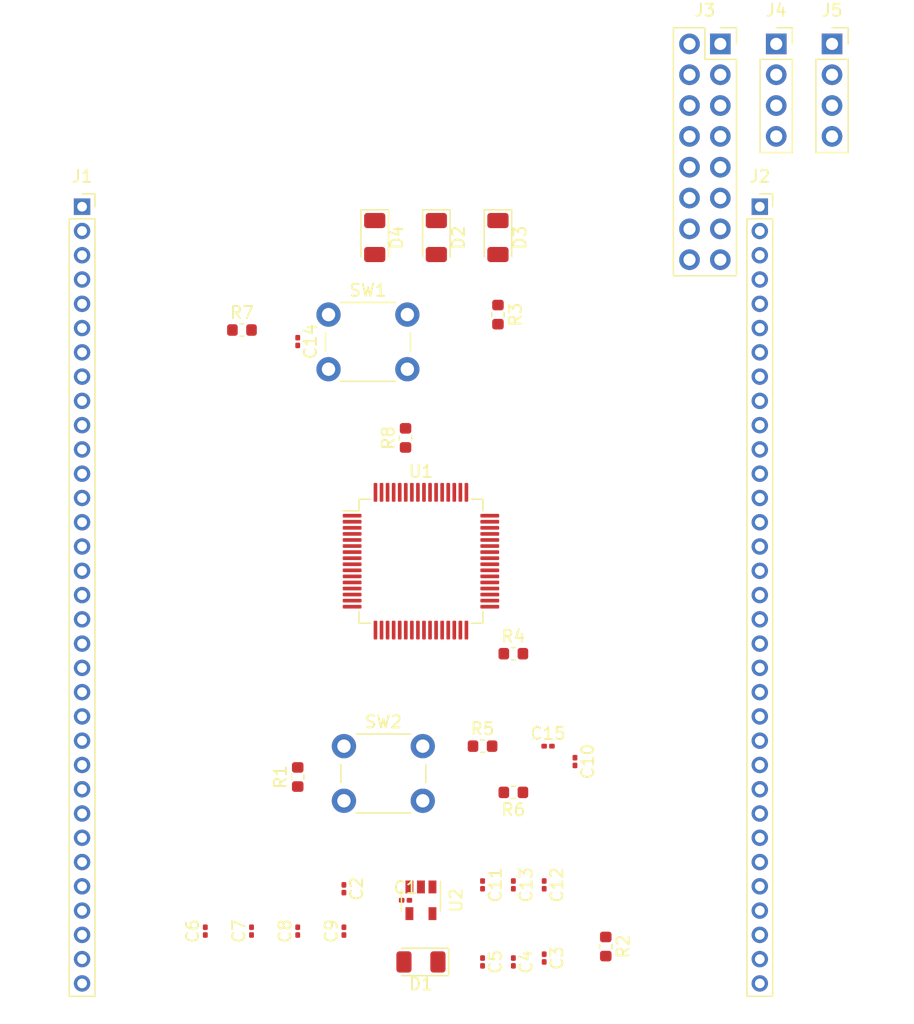
<source format=kicad_pcb>
(kicad_pcb (version 20171130) (host pcbnew "(5.1.0)-1")

  (general
    (thickness 1.6)
    (drawings 0)
    (tracks 0)
    (zones 0)
    (modules 36)
    (nets 74)
  )

  (page A4)
  (layers
    (0 F.Cu signal)
    (31 B.Cu signal)
    (32 B.Adhes user)
    (33 F.Adhes user)
    (34 B.Paste user)
    (35 F.Paste user)
    (36 B.SilkS user)
    (37 F.SilkS user)
    (38 B.Mask user)
    (39 F.Mask user)
    (40 Dwgs.User user)
    (41 Cmts.User user)
    (42 Eco1.User user)
    (43 Eco2.User user)
    (44 Edge.Cuts user)
    (45 Margin user)
    (46 B.CrtYd user)
    (47 F.CrtYd user)
    (48 B.Fab user)
    (49 F.Fab user)
  )

  (setup
    (last_trace_width 0.25)
    (trace_clearance 0.2)
    (zone_clearance 0.508)
    (zone_45_only no)
    (trace_min 0.2)
    (via_size 0.8)
    (via_drill 0.4)
    (via_min_size 0.4)
    (via_min_drill 0.3)
    (uvia_size 0.3)
    (uvia_drill 0.1)
    (uvias_allowed no)
    (uvia_min_size 0.2)
    (uvia_min_drill 0.1)
    (edge_width 0.05)
    (segment_width 0.2)
    (pcb_text_width 0.3)
    (pcb_text_size 1.5 1.5)
    (mod_edge_width 0.12)
    (mod_text_size 1 1)
    (mod_text_width 0.15)
    (pad_size 1.524 1.524)
    (pad_drill 0.762)
    (pad_to_mask_clearance 0.051)
    (solder_mask_min_width 0.25)
    (aux_axis_origin 0 0)
    (visible_elements 7FFFFFFF)
    (pcbplotparams
      (layerselection 0x010fc_ffffffff)
      (usegerberextensions false)
      (usegerberattributes false)
      (usegerberadvancedattributes false)
      (creategerberjobfile false)
      (excludeedgelayer true)
      (linewidth 0.100000)
      (plotframeref false)
      (viasonmask false)
      (mode 1)
      (useauxorigin false)
      (hpglpennumber 1)
      (hpglpenspeed 20)
      (hpglpendiameter 15.000000)
      (psnegative false)
      (psa4output false)
      (plotreference true)
      (plotvalue true)
      (plotinvisibletext false)
      (padsonsilk false)
      (subtractmaskfromsilk false)
      (outputformat 1)
      (mirror false)
      (drillshape 1)
      (scaleselection 1)
      (outputdirectory ""))
  )

  (net 0 "")
  (net 1 +5V)
  (net 2 "Net-(C3-Pad1)")
  (net 3 "Net-(C4-Pad1)")
  (net 4 +3V3)
  (net 5 VBAT)
  (net 6 NRST)
  (net 7 "Net-(C15-Pad2)")
  (net 8 "Net-(C15-Pad1)")
  (net 9 "Net-(D2-Pad2)")
  (net 10 "Net-(D3-Pad2)")
  (net 11 "Net-(D4-Pad2)")
  (net 12 PB12)
  (net 13 PB11)
  (net 14 PB10)
  (net 15 PB2)
  (net 16 PB1)
  (net 17 PB0)
  (net 18 PC5)
  (net 19 PC4)
  (net 20 PA7)
  (net 21 PA6)
  (net 22 PA5)
  (net 23 PA4)
  (net 24 PF5)
  (net 25 PF4)
  (net 26 PA3)
  (net 27 PA2)
  (net 28 PA1)
  (net 29 PA0)
  (net 30 PC3)
  (net 31 PC2)
  (net 32 PC1)
  (net 33 PC0)
  (net 34 PF0)
  (net 35 PF1)
  (net 36 PC15)
  (net 37 PC14)
  (net 38 PC13)
  (net 39 -BATT)
  (net 40 PB13)
  (net 41 PB14)
  (net 42 PB15)
  (net 43 PC6)
  (net 44 PC7)
  (net 45 PC8)
  (net 46 PC9)
  (net 47 PA8)
  (net 48 PA9)
  (net 49 PA10)
  (net 50 PA11)
  (net 51 PA12)
  (net 52 PA13)
  (net 53 PF6)
  (net 54 PF7)
  (net 55 PA14)
  (net 56 PA15)
  (net 57 PC10)
  (net 58 PC11)
  (net 59 PC12)
  (net 60 PD2)
  (net 61 PB3)
  (net 62 PB4)
  (net 63 PB5)
  (net 64 PB6)
  (net 65 PB7)
  (net 66 BOOT0)
  (net 67 PB8)
  (net 68 PB9)
  (net 69 VSS)
  (net 70 VDDA)
  (net 71 VSSA)
  (net 72 "Net-(U1-Pad6)")
  (net 73 "Net-(U1-Pad5)")

  (net_class Default "This is the default net class."
    (clearance 0.2)
    (trace_width 0.25)
    (via_dia 0.8)
    (via_drill 0.4)
    (uvia_dia 0.3)
    (uvia_drill 0.1)
    (add_net +3V3)
    (add_net +5V)
    (add_net -BATT)
    (add_net BOOT0)
    (add_net NRST)
    (add_net "Net-(C15-Pad1)")
    (add_net "Net-(C15-Pad2)")
    (add_net "Net-(C3-Pad1)")
    (add_net "Net-(C4-Pad1)")
    (add_net "Net-(D2-Pad2)")
    (add_net "Net-(D3-Pad2)")
    (add_net "Net-(D4-Pad2)")
    (add_net "Net-(U1-Pad5)")
    (add_net "Net-(U1-Pad6)")
    (add_net PA0)
    (add_net PA1)
    (add_net PA10)
    (add_net PA11)
    (add_net PA12)
    (add_net PA13)
    (add_net PA14)
    (add_net PA15)
    (add_net PA2)
    (add_net PA3)
    (add_net PA4)
    (add_net PA5)
    (add_net PA6)
    (add_net PA7)
    (add_net PA8)
    (add_net PA9)
    (add_net PB0)
    (add_net PB1)
    (add_net PB10)
    (add_net PB11)
    (add_net PB12)
    (add_net PB13)
    (add_net PB14)
    (add_net PB15)
    (add_net PB2)
    (add_net PB3)
    (add_net PB4)
    (add_net PB5)
    (add_net PB6)
    (add_net PB7)
    (add_net PB8)
    (add_net PB9)
    (add_net PC0)
    (add_net PC1)
    (add_net PC10)
    (add_net PC11)
    (add_net PC12)
    (add_net PC13)
    (add_net PC14)
    (add_net PC15)
    (add_net PC2)
    (add_net PC3)
    (add_net PC4)
    (add_net PC5)
    (add_net PC6)
    (add_net PC7)
    (add_net PC8)
    (add_net PC9)
    (add_net PD2)
    (add_net PF0)
    (add_net PF1)
    (add_net PF4)
    (add_net PF5)
    (add_net PF6)
    (add_net PF7)
    (add_net VBAT)
    (add_net VDDA)
    (add_net VSS)
    (add_net VSSA)
  )

  (module Connector_PinSocket_2.54mm:PinSocket_1x04_P2.54mm_Vertical (layer F.Cu) (tedit 5A19A429) (tstamp 5C9FC87C)
    (at 125.335001 14.525001)
    (descr "Through hole straight socket strip, 1x04, 2.54mm pitch, single row (from Kicad 4.0.7), script generated")
    (tags "Through hole socket strip THT 1x04 2.54mm single row")
    (path /5CA248E3)
    (fp_text reference J5 (at 0 -2.77) (layer F.SilkS)
      (effects (font (size 1 1) (thickness 0.15)))
    )
    (fp_text value Conn_01x04_Male (at 0 10.39) (layer F.Fab)
      (effects (font (size 1 1) (thickness 0.15)))
    )
    (fp_text user %R (at 0 3.81 90) (layer F.Fab)
      (effects (font (size 1 1) (thickness 0.15)))
    )
    (fp_line (start -1.8 9.4) (end -1.8 -1.8) (layer F.CrtYd) (width 0.05))
    (fp_line (start 1.75 9.4) (end -1.8 9.4) (layer F.CrtYd) (width 0.05))
    (fp_line (start 1.75 -1.8) (end 1.75 9.4) (layer F.CrtYd) (width 0.05))
    (fp_line (start -1.8 -1.8) (end 1.75 -1.8) (layer F.CrtYd) (width 0.05))
    (fp_line (start 0 -1.33) (end 1.33 -1.33) (layer F.SilkS) (width 0.12))
    (fp_line (start 1.33 -1.33) (end 1.33 0) (layer F.SilkS) (width 0.12))
    (fp_line (start 1.33 1.27) (end 1.33 8.95) (layer F.SilkS) (width 0.12))
    (fp_line (start -1.33 8.95) (end 1.33 8.95) (layer F.SilkS) (width 0.12))
    (fp_line (start -1.33 1.27) (end -1.33 8.95) (layer F.SilkS) (width 0.12))
    (fp_line (start -1.33 1.27) (end 1.33 1.27) (layer F.SilkS) (width 0.12))
    (fp_line (start -1.27 8.89) (end -1.27 -1.27) (layer F.Fab) (width 0.1))
    (fp_line (start 1.27 8.89) (end -1.27 8.89) (layer F.Fab) (width 0.1))
    (fp_line (start 1.27 -0.635) (end 1.27 8.89) (layer F.Fab) (width 0.1))
    (fp_line (start 0.635 -1.27) (end 1.27 -0.635) (layer F.Fab) (width 0.1))
    (fp_line (start -1.27 -1.27) (end 0.635 -1.27) (layer F.Fab) (width 0.1))
    (pad 4 thru_hole oval (at 0 7.62) (size 1.7 1.7) (drill 1) (layers *.Cu *.Mask)
      (net 69 VSS))
    (pad 3 thru_hole oval (at 0 5.08) (size 1.7 1.7) (drill 1) (layers *.Cu *.Mask)
      (net 65 PB7))
    (pad 2 thru_hole oval (at 0 2.54) (size 1.7 1.7) (drill 1) (layers *.Cu *.Mask)
      (net 64 PB6))
    (pad 1 thru_hole rect (at 0 0) (size 1.7 1.7) (drill 1) (layers *.Cu *.Mask)
      (net 5 VBAT))
    (model ${KISYS3DMOD}/Connector_PinSocket_2.54mm.3dshapes/PinSocket_1x04_P2.54mm_Vertical.wrl
      (at (xyz 0 0 0))
      (scale (xyz 1 1 1))
      (rotate (xyz 0 0 0))
    )
  )

  (module Connector_PinSocket_2.54mm:PinSocket_1x04_P2.54mm_Vertical (layer F.Cu) (tedit 5A19A429) (tstamp 5C9FC864)
    (at 120.735001 14.525001)
    (descr "Through hole straight socket strip, 1x04, 2.54mm pitch, single row (from Kicad 4.0.7), script generated")
    (tags "Through hole socket strip THT 1x04 2.54mm single row")
    (path /5CA0C7DD)
    (fp_text reference J4 (at 0 -2.77) (layer F.SilkS)
      (effects (font (size 1 1) (thickness 0.15)))
    )
    (fp_text value Conn_01x04_Male (at 0 10.39) (layer F.Fab)
      (effects (font (size 1 1) (thickness 0.15)))
    )
    (fp_text user %R (at 0 3.81 90) (layer F.Fab)
      (effects (font (size 1 1) (thickness 0.15)))
    )
    (fp_line (start -1.8 9.4) (end -1.8 -1.8) (layer F.CrtYd) (width 0.05))
    (fp_line (start 1.75 9.4) (end -1.8 9.4) (layer F.CrtYd) (width 0.05))
    (fp_line (start 1.75 -1.8) (end 1.75 9.4) (layer F.CrtYd) (width 0.05))
    (fp_line (start -1.8 -1.8) (end 1.75 -1.8) (layer F.CrtYd) (width 0.05))
    (fp_line (start 0 -1.33) (end 1.33 -1.33) (layer F.SilkS) (width 0.12))
    (fp_line (start 1.33 -1.33) (end 1.33 0) (layer F.SilkS) (width 0.12))
    (fp_line (start 1.33 1.27) (end 1.33 8.95) (layer F.SilkS) (width 0.12))
    (fp_line (start -1.33 8.95) (end 1.33 8.95) (layer F.SilkS) (width 0.12))
    (fp_line (start -1.33 1.27) (end -1.33 8.95) (layer F.SilkS) (width 0.12))
    (fp_line (start -1.33 1.27) (end 1.33 1.27) (layer F.SilkS) (width 0.12))
    (fp_line (start -1.27 8.89) (end -1.27 -1.27) (layer F.Fab) (width 0.1))
    (fp_line (start 1.27 8.89) (end -1.27 8.89) (layer F.Fab) (width 0.1))
    (fp_line (start 1.27 -0.635) (end 1.27 8.89) (layer F.Fab) (width 0.1))
    (fp_line (start 0.635 -1.27) (end 1.27 -0.635) (layer F.Fab) (width 0.1))
    (fp_line (start -1.27 -1.27) (end 0.635 -1.27) (layer F.Fab) (width 0.1))
    (pad 4 thru_hole oval (at 0 7.62) (size 1.7 1.7) (drill 1) (layers *.Cu *.Mask)
      (net 69 VSS))
    (pad 3 thru_hole oval (at 0 5.08) (size 1.7 1.7) (drill 1) (layers *.Cu *.Mask)
      (net 69 VSS))
    (pad 2 thru_hole oval (at 0 2.54) (size 1.7 1.7) (drill 1) (layers *.Cu *.Mask)
      (net 5 VBAT))
    (pad 1 thru_hole rect (at 0 0) (size 1.7 1.7) (drill 1) (layers *.Cu *.Mask)
      (net 5 VBAT))
    (model ${KISYS3DMOD}/Connector_PinSocket_2.54mm.3dshapes/PinSocket_1x04_P2.54mm_Vertical.wrl
      (at (xyz 0 0 0))
      (scale (xyz 1 1 1))
      (rotate (xyz 0 0 0))
    )
  )

  (module Connector_PinSocket_2.54mm:PinSocket_2x08_P2.54mm_Vertical (layer F.Cu) (tedit 5A19A42B) (tstamp 5C9FC84C)
    (at 116.125001 14.525001)
    (descr "Through hole straight socket strip, 2x08, 2.54mm pitch, double cols (from Kicad 4.0.7), script generated")
    (tags "Through hole socket strip THT 2x08 2.54mm double row")
    (path /5C9D9ECB)
    (fp_text reference J3 (at -1.27 -2.77) (layer F.SilkS)
      (effects (font (size 1 1) (thickness 0.15)))
    )
    (fp_text value Conn_02x08_Top_Bottom (at -1.27 20.55) (layer F.Fab)
      (effects (font (size 1 1) (thickness 0.15)))
    )
    (fp_text user %R (at -1.27 8.89 90) (layer F.Fab)
      (effects (font (size 1 1) (thickness 0.15)))
    )
    (fp_line (start -4.34 19.55) (end -4.34 -1.8) (layer F.CrtYd) (width 0.05))
    (fp_line (start 1.76 19.55) (end -4.34 19.55) (layer F.CrtYd) (width 0.05))
    (fp_line (start 1.76 -1.8) (end 1.76 19.55) (layer F.CrtYd) (width 0.05))
    (fp_line (start -4.34 -1.8) (end 1.76 -1.8) (layer F.CrtYd) (width 0.05))
    (fp_line (start 0 -1.33) (end 1.33 -1.33) (layer F.SilkS) (width 0.12))
    (fp_line (start 1.33 -1.33) (end 1.33 0) (layer F.SilkS) (width 0.12))
    (fp_line (start -1.27 -1.33) (end -1.27 1.27) (layer F.SilkS) (width 0.12))
    (fp_line (start -1.27 1.27) (end 1.33 1.27) (layer F.SilkS) (width 0.12))
    (fp_line (start 1.33 1.27) (end 1.33 19.11) (layer F.SilkS) (width 0.12))
    (fp_line (start -3.87 19.11) (end 1.33 19.11) (layer F.SilkS) (width 0.12))
    (fp_line (start -3.87 -1.33) (end -3.87 19.11) (layer F.SilkS) (width 0.12))
    (fp_line (start -3.87 -1.33) (end -1.27 -1.33) (layer F.SilkS) (width 0.12))
    (fp_line (start -3.81 19.05) (end -3.81 -1.27) (layer F.Fab) (width 0.1))
    (fp_line (start 1.27 19.05) (end -3.81 19.05) (layer F.Fab) (width 0.1))
    (fp_line (start 1.27 -0.27) (end 1.27 19.05) (layer F.Fab) (width 0.1))
    (fp_line (start 0.27 -1.27) (end 1.27 -0.27) (layer F.Fab) (width 0.1))
    (fp_line (start -3.81 -1.27) (end 0.27 -1.27) (layer F.Fab) (width 0.1))
    (pad 16 thru_hole oval (at -2.54 17.78) (size 1.7 1.7) (drill 1) (layers *.Cu *.Mask)
      (net 69 VSS))
    (pad 15 thru_hole oval (at 0 17.78) (size 1.7 1.7) (drill 1) (layers *.Cu *.Mask)
      (net 37 PC14))
    (pad 14 thru_hole oval (at -2.54 15.24) (size 1.7 1.7) (drill 1) (layers *.Cu *.Mask)
      (net 58 PC11))
    (pad 13 thru_hole oval (at 0 15.24) (size 1.7 1.7) (drill 1) (layers *.Cu *.Mask)
      (net 44 PC7))
    (pad 12 thru_hole oval (at -2.54 12.7) (size 1.7 1.7) (drill 1) (layers *.Cu *.Mask)
      (net 69 VSS))
    (pad 11 thru_hole oval (at 0 12.7) (size 1.7 1.7) (drill 1) (layers *.Cu *.Mask)
      (net 19 PC4))
    (pad 10 thru_hole oval (at -2.54 10.16) (size 1.7 1.7) (drill 1) (layers *.Cu *.Mask)
      (net 69 VSS))
    (pad 9 thru_hole oval (at 0 10.16) (size 1.7 1.7) (drill 1) (layers *.Cu *.Mask)
      (net 32 PC1))
    (pad 8 thru_hole oval (at -2.54 7.62) (size 1.7 1.7) (drill 1) (layers *.Cu *.Mask)
      (net 59 PC12))
    (pad 7 thru_hole oval (at 0 7.62) (size 1.7 1.7) (drill 1) (layers *.Cu *.Mask)
      (net 38 PC13))
    (pad 6 thru_hole oval (at -2.54 5.08) (size 1.7 1.7) (drill 1) (layers *.Cu *.Mask)
      (net 57 PC10))
    (pad 5 thru_hole oval (at 0 5.08) (size 1.7 1.7) (drill 1) (layers *.Cu *.Mask)
      (net 43 PC6))
    (pad 4 thru_hole oval (at -2.54 2.54) (size 1.7 1.7) (drill 1) (layers *.Cu *.Mask)
      (net 18 PC5))
    (pad 3 thru_hole oval (at 0 2.54) (size 1.7 1.7) (drill 1) (layers *.Cu *.Mask)
      (net 30 PC3))
    (pad 2 thru_hole oval (at -2.54 0) (size 1.7 1.7) (drill 1) (layers *.Cu *.Mask)
      (net 31 PC2))
    (pad 1 thru_hole rect (at 0 0) (size 1.7 1.7) (drill 1) (layers *.Cu *.Mask)
      (net 33 PC0))
    (model ${KISYS3DMOD}/Connector_PinSocket_2.54mm.3dshapes/PinSocket_2x08_P2.54mm_Vertical.wrl
      (at (xyz 0 0 0))
      (scale (xyz 1 1 1))
      (rotate (xyz 0 0 0))
    )
  )

  (module Resistor_SMD:R_0603_1608Metric (layer F.Cu) (tedit 5B301BBD) (tstamp 5C9C6016)
    (at 90.17 46.99 90)
    (descr "Resistor SMD 0603 (1608 Metric), square (rectangular) end terminal, IPC_7351 nominal, (Body size source: http://www.tortai-tech.com/upload/download/2011102023233369053.pdf), generated with kicad-footprint-generator")
    (tags resistor)
    (path /5CA0EBB8)
    (attr smd)
    (fp_text reference R8 (at 0 -1.43 90) (layer F.SilkS)
      (effects (font (size 1 1) (thickness 0.15)))
    )
    (fp_text value 510 (at 0 1.43 90) (layer F.Fab)
      (effects (font (size 1 1) (thickness 0.15)))
    )
    (fp_text user %R (at 0 0 90) (layer F.Fab)
      (effects (font (size 0.4 0.4) (thickness 0.06)))
    )
    (fp_line (start 1.48 0.73) (end -1.48 0.73) (layer F.CrtYd) (width 0.05))
    (fp_line (start 1.48 -0.73) (end 1.48 0.73) (layer F.CrtYd) (width 0.05))
    (fp_line (start -1.48 -0.73) (end 1.48 -0.73) (layer F.CrtYd) (width 0.05))
    (fp_line (start -1.48 0.73) (end -1.48 -0.73) (layer F.CrtYd) (width 0.05))
    (fp_line (start -0.162779 0.51) (end 0.162779 0.51) (layer F.SilkS) (width 0.12))
    (fp_line (start -0.162779 -0.51) (end 0.162779 -0.51) (layer F.SilkS) (width 0.12))
    (fp_line (start 0.8 0.4) (end -0.8 0.4) (layer F.Fab) (width 0.1))
    (fp_line (start 0.8 -0.4) (end 0.8 0.4) (layer F.Fab) (width 0.1))
    (fp_line (start -0.8 -0.4) (end 0.8 -0.4) (layer F.Fab) (width 0.1))
    (fp_line (start -0.8 0.4) (end -0.8 -0.4) (layer F.Fab) (width 0.1))
    (pad 2 smd roundrect (at 0.7875 0 90) (size 0.875 0.95) (layers F.Cu F.Paste F.Mask) (roundrect_rratio 0.25)
      (net 69 VSS))
    (pad 1 smd roundrect (at -0.7875 0 90) (size 0.875 0.95) (layers F.Cu F.Paste F.Mask) (roundrect_rratio 0.25)
      (net 66 BOOT0))
    (model ${KISYS3DMOD}/Resistor_SMD.3dshapes/R_0603_1608Metric.wrl
      (at (xyz 0 0 0))
      (scale (xyz 1 1 1))
      (rotate (xyz 0 0 0))
    )
  )

  (module Resistor_SMD:R_0603_1608Metric (layer F.Cu) (tedit 5B301BBD) (tstamp 5C9C45CF)
    (at 76.6825 38.1)
    (descr "Resistor SMD 0603 (1608 Metric), square (rectangular) end terminal, IPC_7351 nominal, (Body size source: http://www.tortai-tech.com/upload/download/2011102023233369053.pdf), generated with kicad-footprint-generator")
    (tags resistor)
    (path /5CA049A3)
    (attr smd)
    (fp_text reference R7 (at 0 -1.43) (layer F.SilkS)
      (effects (font (size 1 1) (thickness 0.15)))
    )
    (fp_text value 100k (at 0 1.43) (layer F.Fab)
      (effects (font (size 1 1) (thickness 0.15)))
    )
    (fp_text user %R (at 0 0) (layer F.Fab)
      (effects (font (size 0.4 0.4) (thickness 0.06)))
    )
    (fp_line (start 1.48 0.73) (end -1.48 0.73) (layer F.CrtYd) (width 0.05))
    (fp_line (start 1.48 -0.73) (end 1.48 0.73) (layer F.CrtYd) (width 0.05))
    (fp_line (start -1.48 -0.73) (end 1.48 -0.73) (layer F.CrtYd) (width 0.05))
    (fp_line (start -1.48 0.73) (end -1.48 -0.73) (layer F.CrtYd) (width 0.05))
    (fp_line (start -0.162779 0.51) (end 0.162779 0.51) (layer F.SilkS) (width 0.12))
    (fp_line (start -0.162779 -0.51) (end 0.162779 -0.51) (layer F.SilkS) (width 0.12))
    (fp_line (start 0.8 0.4) (end -0.8 0.4) (layer F.Fab) (width 0.1))
    (fp_line (start 0.8 -0.4) (end 0.8 0.4) (layer F.Fab) (width 0.1))
    (fp_line (start -0.8 -0.4) (end 0.8 -0.4) (layer F.Fab) (width 0.1))
    (fp_line (start -0.8 0.4) (end -0.8 -0.4) (layer F.Fab) (width 0.1))
    (pad 2 smd roundrect (at 0.7875 0) (size 0.875 0.95) (layers F.Cu F.Paste F.Mask) (roundrect_rratio 0.25)
      (net 5 VBAT))
    (pad 1 smd roundrect (at -0.7875 0) (size 0.875 0.95) (layers F.Cu F.Paste F.Mask) (roundrect_rratio 0.25)
      (net 6 NRST))
    (model ${KISYS3DMOD}/Resistor_SMD.3dshapes/R_0603_1608Metric.wrl
      (at (xyz 0 0 0))
      (scale (xyz 1 1 1))
      (rotate (xyz 0 0 0))
    )
  )

  (module Connector_PinSocket_2.00mm:PinSocket_1x33_P2.00mm_Vertical (layer F.Cu) (tedit 5A19A433) (tstamp 5C9C1088)
    (at 119.38 27.94)
    (descr "Through hole straight socket strip, 1x33, 2.00mm pitch, single row (from Kicad 4.0.7), script generated")
    (tags "Through hole socket strip THT 1x33 2.00mm single row")
    (path /5C9886D5)
    (fp_text reference J2 (at 0 -2.5) (layer F.SilkS)
      (effects (font (size 1 1) (thickness 0.15)))
    )
    (fp_text value Conn_01x33_Male (at 0 66.5) (layer F.Fab)
      (effects (font (size 1 1) (thickness 0.15)))
    )
    (fp_text user %R (at 0 32 90) (layer F.Fab)
      (effects (font (size 1 1) (thickness 0.15)))
    )
    (fp_line (start -1.5 65.5) (end -1.5 -1.5) (layer F.CrtYd) (width 0.05))
    (fp_line (start 1.5 65.5) (end -1.5 65.5) (layer F.CrtYd) (width 0.05))
    (fp_line (start 1.5 -1.5) (end 1.5 65.5) (layer F.CrtYd) (width 0.05))
    (fp_line (start -1.5 -1.5) (end 1.5 -1.5) (layer F.CrtYd) (width 0.05))
    (fp_line (start 0 -1.06) (end 1.06 -1.06) (layer F.SilkS) (width 0.12))
    (fp_line (start 1.06 -1.06) (end 1.06 0) (layer F.SilkS) (width 0.12))
    (fp_line (start 1.06 1) (end 1.06 65.06) (layer F.SilkS) (width 0.12))
    (fp_line (start -1.06 65.06) (end 1.06 65.06) (layer F.SilkS) (width 0.12))
    (fp_line (start -1.06 1) (end -1.06 65.06) (layer F.SilkS) (width 0.12))
    (fp_line (start -1.06 1) (end 1.06 1) (layer F.SilkS) (width 0.12))
    (fp_line (start -1 65) (end -1 -1) (layer F.Fab) (width 0.1))
    (fp_line (start 1 65) (end -1 65) (layer F.Fab) (width 0.1))
    (fp_line (start 1 -0.5) (end 1 65) (layer F.Fab) (width 0.1))
    (fp_line (start 0.5 -1) (end 1 -0.5) (layer F.Fab) (width 0.1))
    (fp_line (start -1 -1) (end 0.5 -1) (layer F.Fab) (width 0.1))
    (pad 33 thru_hole oval (at 0 64) (size 1.35 1.35) (drill 0.8) (layers *.Cu *.Mask)
      (net 69 VSS))
    (pad 32 thru_hole oval (at 0 62) (size 1.35 1.35) (drill 0.8) (layers *.Cu *.Mask)
      (net 40 PB13))
    (pad 31 thru_hole oval (at 0 60) (size 1.35 1.35) (drill 0.8) (layers *.Cu *.Mask)
      (net 41 PB14))
    (pad 30 thru_hole oval (at 0 58) (size 1.35 1.35) (drill 0.8) (layers *.Cu *.Mask)
      (net 42 PB15))
    (pad 29 thru_hole oval (at 0 56) (size 1.35 1.35) (drill 0.8) (layers *.Cu *.Mask)
      (net 43 PC6))
    (pad 28 thru_hole oval (at 0 54) (size 1.35 1.35) (drill 0.8) (layers *.Cu *.Mask)
      (net 44 PC7))
    (pad 27 thru_hole oval (at 0 52) (size 1.35 1.35) (drill 0.8) (layers *.Cu *.Mask)
      (net 45 PC8))
    (pad 26 thru_hole oval (at 0 50) (size 1.35 1.35) (drill 0.8) (layers *.Cu *.Mask)
      (net 46 PC9))
    (pad 25 thru_hole oval (at 0 48) (size 1.35 1.35) (drill 0.8) (layers *.Cu *.Mask)
      (net 47 PA8))
    (pad 24 thru_hole oval (at 0 46) (size 1.35 1.35) (drill 0.8) (layers *.Cu *.Mask)
      (net 48 PA9))
    (pad 23 thru_hole oval (at 0 44) (size 1.35 1.35) (drill 0.8) (layers *.Cu *.Mask)
      (net 49 PA10))
    (pad 22 thru_hole oval (at 0 42) (size 1.35 1.35) (drill 0.8) (layers *.Cu *.Mask)
      (net 50 PA11))
    (pad 21 thru_hole oval (at 0 40) (size 1.35 1.35) (drill 0.8) (layers *.Cu *.Mask)
      (net 51 PA12))
    (pad 20 thru_hole oval (at 0 38) (size 1.35 1.35) (drill 0.8) (layers *.Cu *.Mask)
      (net 52 PA13))
    (pad 19 thru_hole oval (at 0 36) (size 1.35 1.35) (drill 0.8) (layers *.Cu *.Mask)
      (net 53 PF6))
    (pad 18 thru_hole oval (at 0 34) (size 1.35 1.35) (drill 0.8) (layers *.Cu *.Mask)
      (net 54 PF7))
    (pad 17 thru_hole oval (at 0 32) (size 1.35 1.35) (drill 0.8) (layers *.Cu *.Mask)
      (net 55 PA14))
    (pad 16 thru_hole oval (at 0 30) (size 1.35 1.35) (drill 0.8) (layers *.Cu *.Mask)
      (net 56 PA15))
    (pad 15 thru_hole oval (at 0 28) (size 1.35 1.35) (drill 0.8) (layers *.Cu *.Mask)
      (net 57 PC10))
    (pad 14 thru_hole oval (at 0 26) (size 1.35 1.35) (drill 0.8) (layers *.Cu *.Mask)
      (net 58 PC11))
    (pad 13 thru_hole oval (at 0 24) (size 1.35 1.35) (drill 0.8) (layers *.Cu *.Mask)
      (net 59 PC12))
    (pad 12 thru_hole oval (at 0 22) (size 1.35 1.35) (drill 0.8) (layers *.Cu *.Mask)
      (net 60 PD2))
    (pad 11 thru_hole oval (at 0 20) (size 1.35 1.35) (drill 0.8) (layers *.Cu *.Mask)
      (net 61 PB3))
    (pad 10 thru_hole oval (at 0 18) (size 1.35 1.35) (drill 0.8) (layers *.Cu *.Mask)
      (net 62 PB4))
    (pad 9 thru_hole oval (at 0 16) (size 1.35 1.35) (drill 0.8) (layers *.Cu *.Mask)
      (net 63 PB5))
    (pad 8 thru_hole oval (at 0 14) (size 1.35 1.35) (drill 0.8) (layers *.Cu *.Mask)
      (net 64 PB6))
    (pad 7 thru_hole oval (at 0 12) (size 1.35 1.35) (drill 0.8) (layers *.Cu *.Mask)
      (net 65 PB7))
    (pad 6 thru_hole oval (at 0 10) (size 1.35 1.35) (drill 0.8) (layers *.Cu *.Mask)
      (net 66 BOOT0))
    (pad 5 thru_hole oval (at 0 8) (size 1.35 1.35) (drill 0.8) (layers *.Cu *.Mask)
      (net 5 VBAT))
    (pad 4 thru_hole oval (at 0 6) (size 1.35 1.35) (drill 0.8) (layers *.Cu *.Mask)
      (net 67 PB8))
    (pad 3 thru_hole oval (at 0 4) (size 1.35 1.35) (drill 0.8) (layers *.Cu *.Mask)
      (net 68 PB9))
    (pad 2 thru_hole oval (at 0 2) (size 1.35 1.35) (drill 0.8) (layers *.Cu *.Mask)
      (net 69 VSS))
    (pad 1 thru_hole rect (at 0 0) (size 1.35 1.35) (drill 0.8) (layers *.Cu *.Mask)
      (net 1 +5V))
    (model ${KISYS3DMOD}/Connector_PinSocket_2.00mm.3dshapes/PinSocket_1x33_P2.00mm_Vertical.wrl
      (at (xyz 0 0 0))
      (scale (xyz 1 1 1))
      (rotate (xyz 0 0 0))
    )
  )

  (module Connector_PinSocket_2.00mm:PinSocket_1x33_P2.00mm_Vertical (layer F.Cu) (tedit 5A19A433) (tstamp 5C9C1053)
    (at 63.5 27.94)
    (descr "Through hole straight socket strip, 1x33, 2.00mm pitch, single row (from Kicad 4.0.7), script generated")
    (tags "Through hole socket strip THT 1x33 2.00mm single row")
    (path /5C981E87)
    (fp_text reference J1 (at 0 -2.5) (layer F.SilkS)
      (effects (font (size 1 1) (thickness 0.15)))
    )
    (fp_text value Conn_01x33_Male (at 0 66.5) (layer F.Fab)
      (effects (font (size 1 1) (thickness 0.15)))
    )
    (fp_text user %R (at 0 32 90) (layer F.Fab)
      (effects (font (size 1 1) (thickness 0.15)))
    )
    (fp_line (start -1.5 65.5) (end -1.5 -1.5) (layer F.CrtYd) (width 0.05))
    (fp_line (start 1.5 65.5) (end -1.5 65.5) (layer F.CrtYd) (width 0.05))
    (fp_line (start 1.5 -1.5) (end 1.5 65.5) (layer F.CrtYd) (width 0.05))
    (fp_line (start -1.5 -1.5) (end 1.5 -1.5) (layer F.CrtYd) (width 0.05))
    (fp_line (start 0 -1.06) (end 1.06 -1.06) (layer F.SilkS) (width 0.12))
    (fp_line (start 1.06 -1.06) (end 1.06 0) (layer F.SilkS) (width 0.12))
    (fp_line (start 1.06 1) (end 1.06 65.06) (layer F.SilkS) (width 0.12))
    (fp_line (start -1.06 65.06) (end 1.06 65.06) (layer F.SilkS) (width 0.12))
    (fp_line (start -1.06 1) (end -1.06 65.06) (layer F.SilkS) (width 0.12))
    (fp_line (start -1.06 1) (end 1.06 1) (layer F.SilkS) (width 0.12))
    (fp_line (start -1 65) (end -1 -1) (layer F.Fab) (width 0.1))
    (fp_line (start 1 65) (end -1 65) (layer F.Fab) (width 0.1))
    (fp_line (start 1 -0.5) (end 1 65) (layer F.Fab) (width 0.1))
    (fp_line (start 0.5 -1) (end 1 -0.5) (layer F.Fab) (width 0.1))
    (fp_line (start -1 -1) (end 0.5 -1) (layer F.Fab) (width 0.1))
    (pad 33 thru_hole oval (at 0 64) (size 1.35 1.35) (drill 0.8) (layers *.Cu *.Mask)
      (net 69 VSS))
    (pad 32 thru_hole oval (at 0 62) (size 1.35 1.35) (drill 0.8) (layers *.Cu *.Mask)
      (net 12 PB12))
    (pad 31 thru_hole oval (at 0 60) (size 1.35 1.35) (drill 0.8) (layers *.Cu *.Mask)
      (net 13 PB11))
    (pad 30 thru_hole oval (at 0 58) (size 1.35 1.35) (drill 0.8) (layers *.Cu *.Mask)
      (net 14 PB10))
    (pad 29 thru_hole oval (at 0 56) (size 1.35 1.35) (drill 0.8) (layers *.Cu *.Mask)
      (net 15 PB2))
    (pad 28 thru_hole oval (at 0 54) (size 1.35 1.35) (drill 0.8) (layers *.Cu *.Mask)
      (net 16 PB1))
    (pad 27 thru_hole oval (at 0 52) (size 1.35 1.35) (drill 0.8) (layers *.Cu *.Mask)
      (net 17 PB0))
    (pad 26 thru_hole oval (at 0 50) (size 1.35 1.35) (drill 0.8) (layers *.Cu *.Mask)
      (net 18 PC5))
    (pad 25 thru_hole oval (at 0 48) (size 1.35 1.35) (drill 0.8) (layers *.Cu *.Mask)
      (net 19 PC4))
    (pad 24 thru_hole oval (at 0 46) (size 1.35 1.35) (drill 0.8) (layers *.Cu *.Mask)
      (net 20 PA7))
    (pad 23 thru_hole oval (at 0 44) (size 1.35 1.35) (drill 0.8) (layers *.Cu *.Mask)
      (net 21 PA6))
    (pad 22 thru_hole oval (at 0 42) (size 1.35 1.35) (drill 0.8) (layers *.Cu *.Mask)
      (net 22 PA5))
    (pad 21 thru_hole oval (at 0 40) (size 1.35 1.35) (drill 0.8) (layers *.Cu *.Mask)
      (net 23 PA4))
    (pad 20 thru_hole oval (at 0 38) (size 1.35 1.35) (drill 0.8) (layers *.Cu *.Mask)
      (net 24 PF5))
    (pad 19 thru_hole oval (at 0 36) (size 1.35 1.35) (drill 0.8) (layers *.Cu *.Mask)
      (net 25 PF4))
    (pad 18 thru_hole oval (at 0 34) (size 1.35 1.35) (drill 0.8) (layers *.Cu *.Mask)
      (net 26 PA3))
    (pad 17 thru_hole oval (at 0 32) (size 1.35 1.35) (drill 0.8) (layers *.Cu *.Mask)
      (net 27 PA2))
    (pad 16 thru_hole oval (at 0 30) (size 1.35 1.35) (drill 0.8) (layers *.Cu *.Mask)
      (net 28 PA1))
    (pad 15 thru_hole oval (at 0 28) (size 1.35 1.35) (drill 0.8) (layers *.Cu *.Mask)
      (net 29 PA0))
    (pad 14 thru_hole oval (at 0 26) (size 1.35 1.35) (drill 0.8) (layers *.Cu *.Mask)
      (net 30 PC3))
    (pad 13 thru_hole oval (at 0 24) (size 1.35 1.35) (drill 0.8) (layers *.Cu *.Mask)
      (net 31 PC2))
    (pad 12 thru_hole oval (at 0 22) (size 1.35 1.35) (drill 0.8) (layers *.Cu *.Mask)
      (net 32 PC1))
    (pad 11 thru_hole oval (at 0 20) (size 1.35 1.35) (drill 0.8) (layers *.Cu *.Mask)
      (net 33 PC0))
    (pad 10 thru_hole oval (at 0 18) (size 1.35 1.35) (drill 0.8) (layers *.Cu *.Mask)
      (net 6 NRST))
    (pad 9 thru_hole oval (at 0 16) (size 1.35 1.35) (drill 0.8) (layers *.Cu *.Mask)
      (net 69 VSS))
    (pad 8 thru_hole oval (at 0 14) (size 1.35 1.35) (drill 0.8) (layers *.Cu *.Mask)
      (net 34 PF0))
    (pad 7 thru_hole oval (at 0 12) (size 1.35 1.35) (drill 0.8) (layers *.Cu *.Mask)
      (net 35 PF1))
    (pad 6 thru_hole oval (at 0 10) (size 1.35 1.35) (drill 0.8) (layers *.Cu *.Mask)
      (net 36 PC15))
    (pad 5 thru_hole oval (at 0 8) (size 1.35 1.35) (drill 0.8) (layers *.Cu *.Mask)
      (net 37 PC14))
    (pad 4 thru_hole oval (at 0 6) (size 1.35 1.35) (drill 0.8) (layers *.Cu *.Mask)
      (net 38 PC13))
    (pad 3 thru_hole oval (at 0 4) (size 1.35 1.35) (drill 0.8) (layers *.Cu *.Mask)
      (net 39 -BATT))
    (pad 2 thru_hole oval (at 0 2) (size 1.35 1.35) (drill 0.8) (layers *.Cu *.Mask)
      (net 69 VSS))
    (pad 1 thru_hole rect (at 0 0) (size 1.35 1.35) (drill 0.8) (layers *.Cu *.Mask)
      (net 5 VBAT))
    (model ${KISYS3DMOD}/Connector_PinSocket_2.00mm.3dshapes/PinSocket_1x33_P2.00mm_Vertical.wrl
      (at (xyz 0 0 0))
      (scale (xyz 1 1 1))
      (rotate (xyz 0 0 0))
    )
  )

  (module Button_Switch_THT:SW_PUSH_6mm (layer F.Cu) (tedit 5A02FE31) (tstamp 5C9B96C9)
    (at 85.09 72.39)
    (descr https://www.omron.com/ecb/products/pdf/en-b3f.pdf)
    (tags "tact sw push 6mm")
    (path /5CA3A8CA)
    (fp_text reference SW2 (at 3.25 -2) (layer F.SilkS)
      (effects (font (size 1 1) (thickness 0.15)))
    )
    (fp_text value SW_Push (at 3.75 6.7) (layer F.Fab)
      (effects (font (size 1 1) (thickness 0.15)))
    )
    (fp_circle (center 3.25 2.25) (end 1.25 2.5) (layer F.Fab) (width 0.1))
    (fp_line (start 6.75 3) (end 6.75 1.5) (layer F.SilkS) (width 0.12))
    (fp_line (start 5.5 -1) (end 1 -1) (layer F.SilkS) (width 0.12))
    (fp_line (start -0.25 1.5) (end -0.25 3) (layer F.SilkS) (width 0.12))
    (fp_line (start 1 5.5) (end 5.5 5.5) (layer F.SilkS) (width 0.12))
    (fp_line (start 8 -1.25) (end 8 5.75) (layer F.CrtYd) (width 0.05))
    (fp_line (start 7.75 6) (end -1.25 6) (layer F.CrtYd) (width 0.05))
    (fp_line (start -1.5 5.75) (end -1.5 -1.25) (layer F.CrtYd) (width 0.05))
    (fp_line (start -1.25 -1.5) (end 7.75 -1.5) (layer F.CrtYd) (width 0.05))
    (fp_line (start -1.5 6) (end -1.25 6) (layer F.CrtYd) (width 0.05))
    (fp_line (start -1.5 5.75) (end -1.5 6) (layer F.CrtYd) (width 0.05))
    (fp_line (start -1.5 -1.5) (end -1.25 -1.5) (layer F.CrtYd) (width 0.05))
    (fp_line (start -1.5 -1.25) (end -1.5 -1.5) (layer F.CrtYd) (width 0.05))
    (fp_line (start 8 -1.5) (end 8 -1.25) (layer F.CrtYd) (width 0.05))
    (fp_line (start 7.75 -1.5) (end 8 -1.5) (layer F.CrtYd) (width 0.05))
    (fp_line (start 8 6) (end 8 5.75) (layer F.CrtYd) (width 0.05))
    (fp_line (start 7.75 6) (end 8 6) (layer F.CrtYd) (width 0.05))
    (fp_line (start 0.25 -0.75) (end 3.25 -0.75) (layer F.Fab) (width 0.1))
    (fp_line (start 0.25 5.25) (end 0.25 -0.75) (layer F.Fab) (width 0.1))
    (fp_line (start 6.25 5.25) (end 0.25 5.25) (layer F.Fab) (width 0.1))
    (fp_line (start 6.25 -0.75) (end 6.25 5.25) (layer F.Fab) (width 0.1))
    (fp_line (start 3.25 -0.75) (end 6.25 -0.75) (layer F.Fab) (width 0.1))
    (fp_text user %R (at 3.25 2.25) (layer F.Fab)
      (effects (font (size 1 1) (thickness 0.15)))
    )
    (pad 1 thru_hole circle (at 6.5 0 90) (size 2 2) (drill 1.1) (layers *.Cu *.Mask)
      (net 5 VBAT))
    (pad 2 thru_hole circle (at 6.5 4.5 90) (size 2 2) (drill 1.1) (layers *.Cu *.Mask)
      (net 7 "Net-(C15-Pad2)"))
    (pad 1 thru_hole circle (at 0 0 90) (size 2 2) (drill 1.1) (layers *.Cu *.Mask)
      (net 5 VBAT))
    (pad 2 thru_hole circle (at 0 4.5 90) (size 2 2) (drill 1.1) (layers *.Cu *.Mask)
      (net 7 "Net-(C15-Pad2)"))
    (model ${KISYS3DMOD}/Button_Switch_THT.3dshapes/SW_PUSH_6mm.wrl
      (at (xyz 0 0 0))
      (scale (xyz 1 1 1))
      (rotate (xyz 0 0 0))
    )
  )

  (module Button_Switch_THT:SW_PUSH_6mm (layer F.Cu) (tedit 5A02FE31) (tstamp 5C9B96AA)
    (at 83.82 36.83)
    (descr https://www.omron.com/ecb/products/pdf/en-b3f.pdf)
    (tags "tact sw push 6mm")
    (path /5CA23C9E)
    (fp_text reference SW1 (at 3.25 -2) (layer F.SilkS)
      (effects (font (size 1 1) (thickness 0.15)))
    )
    (fp_text value SW_Push (at 3.75 6.7) (layer F.Fab)
      (effects (font (size 1 1) (thickness 0.15)))
    )
    (fp_circle (center 3.25 2.25) (end 1.25 2.5) (layer F.Fab) (width 0.1))
    (fp_line (start 6.75 3) (end 6.75 1.5) (layer F.SilkS) (width 0.12))
    (fp_line (start 5.5 -1) (end 1 -1) (layer F.SilkS) (width 0.12))
    (fp_line (start -0.25 1.5) (end -0.25 3) (layer F.SilkS) (width 0.12))
    (fp_line (start 1 5.5) (end 5.5 5.5) (layer F.SilkS) (width 0.12))
    (fp_line (start 8 -1.25) (end 8 5.75) (layer F.CrtYd) (width 0.05))
    (fp_line (start 7.75 6) (end -1.25 6) (layer F.CrtYd) (width 0.05))
    (fp_line (start -1.5 5.75) (end -1.5 -1.25) (layer F.CrtYd) (width 0.05))
    (fp_line (start -1.25 -1.5) (end 7.75 -1.5) (layer F.CrtYd) (width 0.05))
    (fp_line (start -1.5 6) (end -1.25 6) (layer F.CrtYd) (width 0.05))
    (fp_line (start -1.5 5.75) (end -1.5 6) (layer F.CrtYd) (width 0.05))
    (fp_line (start -1.5 -1.5) (end -1.25 -1.5) (layer F.CrtYd) (width 0.05))
    (fp_line (start -1.5 -1.25) (end -1.5 -1.5) (layer F.CrtYd) (width 0.05))
    (fp_line (start 8 -1.5) (end 8 -1.25) (layer F.CrtYd) (width 0.05))
    (fp_line (start 7.75 -1.5) (end 8 -1.5) (layer F.CrtYd) (width 0.05))
    (fp_line (start 8 6) (end 8 5.75) (layer F.CrtYd) (width 0.05))
    (fp_line (start 7.75 6) (end 8 6) (layer F.CrtYd) (width 0.05))
    (fp_line (start 0.25 -0.75) (end 3.25 -0.75) (layer F.Fab) (width 0.1))
    (fp_line (start 0.25 5.25) (end 0.25 -0.75) (layer F.Fab) (width 0.1))
    (fp_line (start 6.25 5.25) (end 0.25 5.25) (layer F.Fab) (width 0.1))
    (fp_line (start 6.25 -0.75) (end 6.25 5.25) (layer F.Fab) (width 0.1))
    (fp_line (start 3.25 -0.75) (end 6.25 -0.75) (layer F.Fab) (width 0.1))
    (fp_text user %R (at 3.25 2.25) (layer F.Fab)
      (effects (font (size 1 1) (thickness 0.15)))
    )
    (pad 1 thru_hole circle (at 6.5 0 90) (size 2 2) (drill 1.1) (layers *.Cu *.Mask)
      (net 6 NRST))
    (pad 2 thru_hole circle (at 6.5 4.5 90) (size 2 2) (drill 1.1) (layers *.Cu *.Mask)
      (net 69 VSS))
    (pad 1 thru_hole circle (at 0 0 90) (size 2 2) (drill 1.1) (layers *.Cu *.Mask)
      (net 6 NRST))
    (pad 2 thru_hole circle (at 0 4.5 90) (size 2 2) (drill 1.1) (layers *.Cu *.Mask)
      (net 69 VSS))
    (model ${KISYS3DMOD}/Button_Switch_THT.3dshapes/SW_PUSH_6mm.wrl
      (at (xyz 0 0 0))
      (scale (xyz 1 1 1))
      (rotate (xyz 0 0 0))
    )
  )

  (module Package_TO_SOT_SMD:SOT-23-5 (layer F.Cu) (tedit 5A02FF57) (tstamp 5C99B7C6)
    (at 91.44 85.09 270)
    (descr "5-pin SOT23 package")
    (tags SOT-23-5)
    (path /5C9CBB6E)
    (attr smd)
    (fp_text reference U2 (at 0 -2.9 270) (layer F.SilkS)
      (effects (font (size 1 1) (thickness 0.15)))
    )
    (fp_text value LD3985M33R_SOT23 (at 0 2.9 270) (layer F.Fab)
      (effects (font (size 1 1) (thickness 0.15)))
    )
    (fp_line (start 0.9 -1.55) (end 0.9 1.55) (layer F.Fab) (width 0.1))
    (fp_line (start 0.9 1.55) (end -0.9 1.55) (layer F.Fab) (width 0.1))
    (fp_line (start -0.9 -0.9) (end -0.9 1.55) (layer F.Fab) (width 0.1))
    (fp_line (start 0.9 -1.55) (end -0.25 -1.55) (layer F.Fab) (width 0.1))
    (fp_line (start -0.9 -0.9) (end -0.25 -1.55) (layer F.Fab) (width 0.1))
    (fp_line (start -1.9 1.8) (end -1.9 -1.8) (layer F.CrtYd) (width 0.05))
    (fp_line (start 1.9 1.8) (end -1.9 1.8) (layer F.CrtYd) (width 0.05))
    (fp_line (start 1.9 -1.8) (end 1.9 1.8) (layer F.CrtYd) (width 0.05))
    (fp_line (start -1.9 -1.8) (end 1.9 -1.8) (layer F.CrtYd) (width 0.05))
    (fp_line (start 0.9 -1.61) (end -1.55 -1.61) (layer F.SilkS) (width 0.12))
    (fp_line (start -0.9 1.61) (end 0.9 1.61) (layer F.SilkS) (width 0.12))
    (fp_text user %R (at 0 0) (layer F.Fab)
      (effects (font (size 0.5 0.5) (thickness 0.075)))
    )
    (pad 5 smd rect (at 1.1 -0.95 270) (size 1.06 0.65) (layers F.Cu F.Paste F.Mask)
      (net 3 "Net-(C4-Pad1)"))
    (pad 4 smd rect (at 1.1 0.95 270) (size 1.06 0.65) (layers F.Cu F.Paste F.Mask)
      (net 2 "Net-(C3-Pad1)"))
    (pad 3 smd rect (at -1.1 0.95 270) (size 1.06 0.65) (layers F.Cu F.Paste F.Mask)
      (net 1 +5V))
    (pad 2 smd rect (at -1.1 0 270) (size 1.06 0.65) (layers F.Cu F.Paste F.Mask)
      (net 69 VSS))
    (pad 1 smd rect (at -1.1 -0.95 270) (size 1.06 0.65) (layers F.Cu F.Paste F.Mask)
      (net 1 +5V))
    (model ${KISYS3DMOD}/Package_TO_SOT_SMD.3dshapes/SOT-23-5.wrl
      (at (xyz 0 0 0))
      (scale (xyz 1 1 1))
      (rotate (xyz 0 0 0))
    )
  )

  (module Package_QFP:LQFP-64_10x10mm_P0.5mm (layer F.Cu) (tedit 5C194D4E) (tstamp 5C99B7B1)
    (at 91.44 57.15)
    (descr "LQFP, 64 Pin (https://www.analog.com/media/en/technical-documentation/data-sheets/ad7606_7606-6_7606-4.pdf), generated with kicad-footprint-generator ipc_gullwing_generator.py")
    (tags "LQFP QFP")
    (path /5C97F72B)
    (attr smd)
    (fp_text reference U1 (at 0 -7.4) (layer F.SilkS)
      (effects (font (size 1 1) (thickness 0.15)))
    )
    (fp_text value STM32F051R8Tx (at 0 7.4) (layer F.Fab)
      (effects (font (size 1 1) (thickness 0.15)))
    )
    (fp_text user %R (at 0 0) (layer F.Fab)
      (effects (font (size 1 1) (thickness 0.15)))
    )
    (fp_line (start 6.7 4.15) (end 6.7 0) (layer F.CrtYd) (width 0.05))
    (fp_line (start 5.25 4.15) (end 6.7 4.15) (layer F.CrtYd) (width 0.05))
    (fp_line (start 5.25 5.25) (end 5.25 4.15) (layer F.CrtYd) (width 0.05))
    (fp_line (start 4.15 5.25) (end 5.25 5.25) (layer F.CrtYd) (width 0.05))
    (fp_line (start 4.15 6.7) (end 4.15 5.25) (layer F.CrtYd) (width 0.05))
    (fp_line (start 0 6.7) (end 4.15 6.7) (layer F.CrtYd) (width 0.05))
    (fp_line (start -6.7 4.15) (end -6.7 0) (layer F.CrtYd) (width 0.05))
    (fp_line (start -5.25 4.15) (end -6.7 4.15) (layer F.CrtYd) (width 0.05))
    (fp_line (start -5.25 5.25) (end -5.25 4.15) (layer F.CrtYd) (width 0.05))
    (fp_line (start -4.15 5.25) (end -5.25 5.25) (layer F.CrtYd) (width 0.05))
    (fp_line (start -4.15 6.7) (end -4.15 5.25) (layer F.CrtYd) (width 0.05))
    (fp_line (start 0 6.7) (end -4.15 6.7) (layer F.CrtYd) (width 0.05))
    (fp_line (start 6.7 -4.15) (end 6.7 0) (layer F.CrtYd) (width 0.05))
    (fp_line (start 5.25 -4.15) (end 6.7 -4.15) (layer F.CrtYd) (width 0.05))
    (fp_line (start 5.25 -5.25) (end 5.25 -4.15) (layer F.CrtYd) (width 0.05))
    (fp_line (start 4.15 -5.25) (end 5.25 -5.25) (layer F.CrtYd) (width 0.05))
    (fp_line (start 4.15 -6.7) (end 4.15 -5.25) (layer F.CrtYd) (width 0.05))
    (fp_line (start 0 -6.7) (end 4.15 -6.7) (layer F.CrtYd) (width 0.05))
    (fp_line (start -6.7 -4.15) (end -6.7 0) (layer F.CrtYd) (width 0.05))
    (fp_line (start -5.25 -4.15) (end -6.7 -4.15) (layer F.CrtYd) (width 0.05))
    (fp_line (start -5.25 -5.25) (end -5.25 -4.15) (layer F.CrtYd) (width 0.05))
    (fp_line (start -4.15 -5.25) (end -5.25 -5.25) (layer F.CrtYd) (width 0.05))
    (fp_line (start -4.15 -6.7) (end -4.15 -5.25) (layer F.CrtYd) (width 0.05))
    (fp_line (start 0 -6.7) (end -4.15 -6.7) (layer F.CrtYd) (width 0.05))
    (fp_line (start -5 -4) (end -4 -5) (layer F.Fab) (width 0.1))
    (fp_line (start -5 5) (end -5 -4) (layer F.Fab) (width 0.1))
    (fp_line (start 5 5) (end -5 5) (layer F.Fab) (width 0.1))
    (fp_line (start 5 -5) (end 5 5) (layer F.Fab) (width 0.1))
    (fp_line (start -4 -5) (end 5 -5) (layer F.Fab) (width 0.1))
    (fp_line (start -5.11 -4.16) (end -6.45 -4.16) (layer F.SilkS) (width 0.12))
    (fp_line (start -5.11 -5.11) (end -5.11 -4.16) (layer F.SilkS) (width 0.12))
    (fp_line (start -4.16 -5.11) (end -5.11 -5.11) (layer F.SilkS) (width 0.12))
    (fp_line (start 5.11 -5.11) (end 5.11 -4.16) (layer F.SilkS) (width 0.12))
    (fp_line (start 4.16 -5.11) (end 5.11 -5.11) (layer F.SilkS) (width 0.12))
    (fp_line (start -5.11 5.11) (end -5.11 4.16) (layer F.SilkS) (width 0.12))
    (fp_line (start -4.16 5.11) (end -5.11 5.11) (layer F.SilkS) (width 0.12))
    (fp_line (start 5.11 5.11) (end 5.11 4.16) (layer F.SilkS) (width 0.12))
    (fp_line (start 4.16 5.11) (end 5.11 5.11) (layer F.SilkS) (width 0.12))
    (pad 64 smd roundrect (at -3.75 -5.675) (size 0.3 1.55) (layers F.Cu F.Paste F.Mask) (roundrect_rratio 0.25)
      (net 5 VBAT))
    (pad 63 smd roundrect (at -3.25 -5.675) (size 0.3 1.55) (layers F.Cu F.Paste F.Mask) (roundrect_rratio 0.25)
      (net 69 VSS))
    (pad 62 smd roundrect (at -2.75 -5.675) (size 0.3 1.55) (layers F.Cu F.Paste F.Mask) (roundrect_rratio 0.25)
      (net 68 PB9))
    (pad 61 smd roundrect (at -2.25 -5.675) (size 0.3 1.55) (layers F.Cu F.Paste F.Mask) (roundrect_rratio 0.25)
      (net 67 PB8))
    (pad 60 smd roundrect (at -1.75 -5.675) (size 0.3 1.55) (layers F.Cu F.Paste F.Mask) (roundrect_rratio 0.25)
      (net 66 BOOT0))
    (pad 59 smd roundrect (at -1.25 -5.675) (size 0.3 1.55) (layers F.Cu F.Paste F.Mask) (roundrect_rratio 0.25)
      (net 65 PB7))
    (pad 58 smd roundrect (at -0.75 -5.675) (size 0.3 1.55) (layers F.Cu F.Paste F.Mask) (roundrect_rratio 0.25)
      (net 64 PB6))
    (pad 57 smd roundrect (at -0.25 -5.675) (size 0.3 1.55) (layers F.Cu F.Paste F.Mask) (roundrect_rratio 0.25)
      (net 63 PB5))
    (pad 56 smd roundrect (at 0.25 -5.675) (size 0.3 1.55) (layers F.Cu F.Paste F.Mask) (roundrect_rratio 0.25)
      (net 62 PB4))
    (pad 55 smd roundrect (at 0.75 -5.675) (size 0.3 1.55) (layers F.Cu F.Paste F.Mask) (roundrect_rratio 0.25)
      (net 61 PB3))
    (pad 54 smd roundrect (at 1.25 -5.675) (size 0.3 1.55) (layers F.Cu F.Paste F.Mask) (roundrect_rratio 0.25)
      (net 60 PD2))
    (pad 53 smd roundrect (at 1.75 -5.675) (size 0.3 1.55) (layers F.Cu F.Paste F.Mask) (roundrect_rratio 0.25)
      (net 59 PC12))
    (pad 52 smd roundrect (at 2.25 -5.675) (size 0.3 1.55) (layers F.Cu F.Paste F.Mask) (roundrect_rratio 0.25)
      (net 58 PC11))
    (pad 51 smd roundrect (at 2.75 -5.675) (size 0.3 1.55) (layers F.Cu F.Paste F.Mask) (roundrect_rratio 0.25)
      (net 57 PC10))
    (pad 50 smd roundrect (at 3.25 -5.675) (size 0.3 1.55) (layers F.Cu F.Paste F.Mask) (roundrect_rratio 0.25)
      (net 56 PA15))
    (pad 49 smd roundrect (at 3.75 -5.675) (size 0.3 1.55) (layers F.Cu F.Paste F.Mask) (roundrect_rratio 0.25)
      (net 55 PA14))
    (pad 48 smd roundrect (at 5.675 -3.75) (size 1.55 0.3) (layers F.Cu F.Paste F.Mask) (roundrect_rratio 0.25)
      (net 54 PF7))
    (pad 47 smd roundrect (at 5.675 -3.25) (size 1.55 0.3) (layers F.Cu F.Paste F.Mask) (roundrect_rratio 0.25)
      (net 53 PF6))
    (pad 46 smd roundrect (at 5.675 -2.75) (size 1.55 0.3) (layers F.Cu F.Paste F.Mask) (roundrect_rratio 0.25)
      (net 52 PA13))
    (pad 45 smd roundrect (at 5.675 -2.25) (size 1.55 0.3) (layers F.Cu F.Paste F.Mask) (roundrect_rratio 0.25)
      (net 51 PA12))
    (pad 44 smd roundrect (at 5.675 -1.75) (size 1.55 0.3) (layers F.Cu F.Paste F.Mask) (roundrect_rratio 0.25)
      (net 50 PA11))
    (pad 43 smd roundrect (at 5.675 -1.25) (size 1.55 0.3) (layers F.Cu F.Paste F.Mask) (roundrect_rratio 0.25)
      (net 49 PA10))
    (pad 42 smd roundrect (at 5.675 -0.75) (size 1.55 0.3) (layers F.Cu F.Paste F.Mask) (roundrect_rratio 0.25)
      (net 48 PA9))
    (pad 41 smd roundrect (at 5.675 -0.25) (size 1.55 0.3) (layers F.Cu F.Paste F.Mask) (roundrect_rratio 0.25)
      (net 47 PA8))
    (pad 40 smd roundrect (at 5.675 0.25) (size 1.55 0.3) (layers F.Cu F.Paste F.Mask) (roundrect_rratio 0.25)
      (net 46 PC9))
    (pad 39 smd roundrect (at 5.675 0.75) (size 1.55 0.3) (layers F.Cu F.Paste F.Mask) (roundrect_rratio 0.25)
      (net 45 PC8))
    (pad 38 smd roundrect (at 5.675 1.25) (size 1.55 0.3) (layers F.Cu F.Paste F.Mask) (roundrect_rratio 0.25)
      (net 44 PC7))
    (pad 37 smd roundrect (at 5.675 1.75) (size 1.55 0.3) (layers F.Cu F.Paste F.Mask) (roundrect_rratio 0.25)
      (net 43 PC6))
    (pad 36 smd roundrect (at 5.675 2.25) (size 1.55 0.3) (layers F.Cu F.Paste F.Mask) (roundrect_rratio 0.25)
      (net 42 PB15))
    (pad 35 smd roundrect (at 5.675 2.75) (size 1.55 0.3) (layers F.Cu F.Paste F.Mask) (roundrect_rratio 0.25)
      (net 41 PB14))
    (pad 34 smd roundrect (at 5.675 3.25) (size 1.55 0.3) (layers F.Cu F.Paste F.Mask) (roundrect_rratio 0.25)
      (net 40 PB13))
    (pad 33 smd roundrect (at 5.675 3.75) (size 1.55 0.3) (layers F.Cu F.Paste F.Mask) (roundrect_rratio 0.25)
      (net 12 PB12))
    (pad 32 smd roundrect (at 3.75 5.675) (size 0.3 1.55) (layers F.Cu F.Paste F.Mask) (roundrect_rratio 0.25)
      (net 5 VBAT))
    (pad 31 smd roundrect (at 3.25 5.675) (size 0.3 1.55) (layers F.Cu F.Paste F.Mask) (roundrect_rratio 0.25)
      (net 69 VSS))
    (pad 30 smd roundrect (at 2.75 5.675) (size 0.3 1.55) (layers F.Cu F.Paste F.Mask) (roundrect_rratio 0.25)
      (net 13 PB11))
    (pad 29 smd roundrect (at 2.25 5.675) (size 0.3 1.55) (layers F.Cu F.Paste F.Mask) (roundrect_rratio 0.25)
      (net 14 PB10))
    (pad 28 smd roundrect (at 1.75 5.675) (size 0.3 1.55) (layers F.Cu F.Paste F.Mask) (roundrect_rratio 0.25)
      (net 15 PB2))
    (pad 27 smd roundrect (at 1.25 5.675) (size 0.3 1.55) (layers F.Cu F.Paste F.Mask) (roundrect_rratio 0.25)
      (net 16 PB1))
    (pad 26 smd roundrect (at 0.75 5.675) (size 0.3 1.55) (layers F.Cu F.Paste F.Mask) (roundrect_rratio 0.25)
      (net 17 PB0))
    (pad 25 smd roundrect (at 0.25 5.675) (size 0.3 1.55) (layers F.Cu F.Paste F.Mask) (roundrect_rratio 0.25)
      (net 18 PC5))
    (pad 24 smd roundrect (at -0.25 5.675) (size 0.3 1.55) (layers F.Cu F.Paste F.Mask) (roundrect_rratio 0.25)
      (net 19 PC4))
    (pad 23 smd roundrect (at -0.75 5.675) (size 0.3 1.55) (layers F.Cu F.Paste F.Mask) (roundrect_rratio 0.25)
      (net 20 PA7))
    (pad 22 smd roundrect (at -1.25 5.675) (size 0.3 1.55) (layers F.Cu F.Paste F.Mask) (roundrect_rratio 0.25)
      (net 21 PA6))
    (pad 21 smd roundrect (at -1.75 5.675) (size 0.3 1.55) (layers F.Cu F.Paste F.Mask) (roundrect_rratio 0.25)
      (net 22 PA5))
    (pad 20 smd roundrect (at -2.25 5.675) (size 0.3 1.55) (layers F.Cu F.Paste F.Mask) (roundrect_rratio 0.25)
      (net 23 PA4))
    (pad 19 smd roundrect (at -2.75 5.675) (size 0.3 1.55) (layers F.Cu F.Paste F.Mask) (roundrect_rratio 0.25)
      (net 24 PF5))
    (pad 18 smd roundrect (at -3.25 5.675) (size 0.3 1.55) (layers F.Cu F.Paste F.Mask) (roundrect_rratio 0.25)
      (net 25 PF4))
    (pad 17 smd roundrect (at -3.75 5.675) (size 0.3 1.55) (layers F.Cu F.Paste F.Mask) (roundrect_rratio 0.25)
      (net 26 PA3))
    (pad 16 smd roundrect (at -5.675 3.75) (size 1.55 0.3) (layers F.Cu F.Paste F.Mask) (roundrect_rratio 0.25)
      (net 27 PA2))
    (pad 15 smd roundrect (at -5.675 3.25) (size 1.55 0.3) (layers F.Cu F.Paste F.Mask) (roundrect_rratio 0.25)
      (net 28 PA1))
    (pad 14 smd roundrect (at -5.675 2.75) (size 1.55 0.3) (layers F.Cu F.Paste F.Mask) (roundrect_rratio 0.25)
      (net 29 PA0))
    (pad 13 smd roundrect (at -5.675 2.25) (size 1.55 0.3) (layers F.Cu F.Paste F.Mask) (roundrect_rratio 0.25)
      (net 70 VDDA))
    (pad 12 smd roundrect (at -5.675 1.75) (size 1.55 0.3) (layers F.Cu F.Paste F.Mask) (roundrect_rratio 0.25)
      (net 71 VSSA))
    (pad 11 smd roundrect (at -5.675 1.25) (size 1.55 0.3) (layers F.Cu F.Paste F.Mask) (roundrect_rratio 0.25)
      (net 30 PC3))
    (pad 10 smd roundrect (at -5.675 0.75) (size 1.55 0.3) (layers F.Cu F.Paste F.Mask) (roundrect_rratio 0.25)
      (net 31 PC2))
    (pad 9 smd roundrect (at -5.675 0.25) (size 1.55 0.3) (layers F.Cu F.Paste F.Mask) (roundrect_rratio 0.25)
      (net 32 PC1))
    (pad 8 smd roundrect (at -5.675 -0.25) (size 1.55 0.3) (layers F.Cu F.Paste F.Mask) (roundrect_rratio 0.25)
      (net 33 PC0))
    (pad 7 smd roundrect (at -5.675 -0.75) (size 1.55 0.3) (layers F.Cu F.Paste F.Mask) (roundrect_rratio 0.25)
      (net 6 NRST))
    (pad 6 smd roundrect (at -5.675 -1.25) (size 1.55 0.3) (layers F.Cu F.Paste F.Mask) (roundrect_rratio 0.25)
      (net 72 "Net-(U1-Pad6)"))
    (pad 5 smd roundrect (at -5.675 -1.75) (size 1.55 0.3) (layers F.Cu F.Paste F.Mask) (roundrect_rratio 0.25)
      (net 73 "Net-(U1-Pad5)"))
    (pad 4 smd roundrect (at -5.675 -2.25) (size 1.55 0.3) (layers F.Cu F.Paste F.Mask) (roundrect_rratio 0.25)
      (net 36 PC15))
    (pad 3 smd roundrect (at -5.675 -2.75) (size 1.55 0.3) (layers F.Cu F.Paste F.Mask) (roundrect_rratio 0.25)
      (net 37 PC14))
    (pad 2 smd roundrect (at -5.675 -3.25) (size 1.55 0.3) (layers F.Cu F.Paste F.Mask) (roundrect_rratio 0.25)
      (net 38 PC13))
    (pad 1 smd roundrect (at -5.675 -3.75) (size 1.55 0.3) (layers F.Cu F.Paste F.Mask) (roundrect_rratio 0.25)
      (net 5 VBAT))
    (model ${KISYS3DMOD}/Package_QFP.3dshapes/LQFP-64_10x10mm_P0.5mm.wrl
      (at (xyz 0 0 0))
      (scale (xyz 1 1 1))
      (rotate (xyz 0 0 0))
    )
  )

  (module Resistor_SMD:R_0603_1608Metric (layer F.Cu) (tedit 5B301BBD) (tstamp 5C99B746)
    (at 99.06 76.2 180)
    (descr "Resistor SMD 0603 (1608 Metric), square (rectangular) end terminal, IPC_7351 nominal, (Body size source: http://www.tortai-tech.com/upload/download/2011102023233369053.pdf), generated with kicad-footprint-generator")
    (tags resistor)
    (path /5CA3E552)
    (attr smd)
    (fp_text reference R6 (at 0 -1.43 180) (layer F.SilkS)
      (effects (font (size 1 1) (thickness 0.15)))
    )
    (fp_text value 220k (at 0 1.43 180) (layer F.Fab)
      (effects (font (size 1 1) (thickness 0.15)))
    )
    (fp_text user %R (at 0 0 180) (layer F.Fab)
      (effects (font (size 0.4 0.4) (thickness 0.06)))
    )
    (fp_line (start 1.48 0.73) (end -1.48 0.73) (layer F.CrtYd) (width 0.05))
    (fp_line (start 1.48 -0.73) (end 1.48 0.73) (layer F.CrtYd) (width 0.05))
    (fp_line (start -1.48 -0.73) (end 1.48 -0.73) (layer F.CrtYd) (width 0.05))
    (fp_line (start -1.48 0.73) (end -1.48 -0.73) (layer F.CrtYd) (width 0.05))
    (fp_line (start -0.162779 0.51) (end 0.162779 0.51) (layer F.SilkS) (width 0.12))
    (fp_line (start -0.162779 -0.51) (end 0.162779 -0.51) (layer F.SilkS) (width 0.12))
    (fp_line (start 0.8 0.4) (end -0.8 0.4) (layer F.Fab) (width 0.1))
    (fp_line (start 0.8 -0.4) (end 0.8 0.4) (layer F.Fab) (width 0.1))
    (fp_line (start -0.8 -0.4) (end 0.8 -0.4) (layer F.Fab) (width 0.1))
    (fp_line (start -0.8 0.4) (end -0.8 -0.4) (layer F.Fab) (width 0.1))
    (pad 2 smd roundrect (at 0.7875 0 180) (size 0.875 0.95) (layers F.Cu F.Paste F.Mask) (roundrect_rratio 0.25)
      (net 7 "Net-(C15-Pad2)"))
    (pad 1 smd roundrect (at -0.7875 0 180) (size 0.875 0.95) (layers F.Cu F.Paste F.Mask) (roundrect_rratio 0.25)
      (net 69 VSS))
    (model ${KISYS3DMOD}/Resistor_SMD.3dshapes/R_0603_1608Metric.wrl
      (at (xyz 0 0 0))
      (scale (xyz 1 1 1))
      (rotate (xyz 0 0 0))
    )
  )

  (module Resistor_SMD:R_0603_1608Metric (layer F.Cu) (tedit 5B301BBD) (tstamp 5C99B735)
    (at 96.52 72.39)
    (descr "Resistor SMD 0603 (1608 Metric), square (rectangular) end terminal, IPC_7351 nominal, (Body size source: http://www.tortai-tech.com/upload/download/2011102023233369053.pdf), generated with kicad-footprint-generator")
    (tags resistor)
    (path /5CA3DD93)
    (attr smd)
    (fp_text reference R5 (at 0 -1.43) (layer F.SilkS)
      (effects (font (size 1 1) (thickness 0.15)))
    )
    (fp_text value 100 (at 0 1.43) (layer F.Fab)
      (effects (font (size 1 1) (thickness 0.15)))
    )
    (fp_text user %R (at 0 0) (layer F.Fab)
      (effects (font (size 0.4 0.4) (thickness 0.06)))
    )
    (fp_line (start 1.48 0.73) (end -1.48 0.73) (layer F.CrtYd) (width 0.05))
    (fp_line (start 1.48 -0.73) (end 1.48 0.73) (layer F.CrtYd) (width 0.05))
    (fp_line (start -1.48 -0.73) (end 1.48 -0.73) (layer F.CrtYd) (width 0.05))
    (fp_line (start -1.48 0.73) (end -1.48 -0.73) (layer F.CrtYd) (width 0.05))
    (fp_line (start -0.162779 0.51) (end 0.162779 0.51) (layer F.SilkS) (width 0.12))
    (fp_line (start -0.162779 -0.51) (end 0.162779 -0.51) (layer F.SilkS) (width 0.12))
    (fp_line (start 0.8 0.4) (end -0.8 0.4) (layer F.Fab) (width 0.1))
    (fp_line (start 0.8 -0.4) (end 0.8 0.4) (layer F.Fab) (width 0.1))
    (fp_line (start -0.8 -0.4) (end 0.8 -0.4) (layer F.Fab) (width 0.1))
    (fp_line (start -0.8 0.4) (end -0.8 -0.4) (layer F.Fab) (width 0.1))
    (pad 2 smd roundrect (at 0.7875 0) (size 0.875 0.95) (layers F.Cu F.Paste F.Mask) (roundrect_rratio 0.25)
      (net 8 "Net-(C15-Pad1)"))
    (pad 1 smd roundrect (at -0.7875 0) (size 0.875 0.95) (layers F.Cu F.Paste F.Mask) (roundrect_rratio 0.25)
      (net 5 VBAT))
    (model ${KISYS3DMOD}/Resistor_SMD.3dshapes/R_0603_1608Metric.wrl
      (at (xyz 0 0 0))
      (scale (xyz 1 1 1))
      (rotate (xyz 0 0 0))
    )
  )

  (module Resistor_SMD:R_0603_1608Metric (layer F.Cu) (tedit 5B301BBD) (tstamp 5C99B724)
    (at 99.06 64.77)
    (descr "Resistor SMD 0603 (1608 Metric), square (rectangular) end terminal, IPC_7351 nominal, (Body size source: http://www.tortai-tech.com/upload/download/2011102023233369053.pdf), generated with kicad-footprint-generator")
    (tags resistor)
    (path /5CA1207B)
    (attr smd)
    (fp_text reference R4 (at 0 -1.43) (layer F.SilkS)
      (effects (font (size 1 1) (thickness 0.15)))
    )
    (fp_text value 660 (at 0 1.43) (layer F.Fab)
      (effects (font (size 1 1) (thickness 0.15)))
    )
    (fp_text user %R (at 0 0) (layer F.Fab)
      (effects (font (size 0.4 0.4) (thickness 0.06)))
    )
    (fp_line (start 1.48 0.73) (end -1.48 0.73) (layer F.CrtYd) (width 0.05))
    (fp_line (start 1.48 -0.73) (end 1.48 0.73) (layer F.CrtYd) (width 0.05))
    (fp_line (start -1.48 -0.73) (end 1.48 -0.73) (layer F.CrtYd) (width 0.05))
    (fp_line (start -1.48 0.73) (end -1.48 -0.73) (layer F.CrtYd) (width 0.05))
    (fp_line (start -0.162779 0.51) (end 0.162779 0.51) (layer F.SilkS) (width 0.12))
    (fp_line (start -0.162779 -0.51) (end 0.162779 -0.51) (layer F.SilkS) (width 0.12))
    (fp_line (start 0.8 0.4) (end -0.8 0.4) (layer F.Fab) (width 0.1))
    (fp_line (start 0.8 -0.4) (end 0.8 0.4) (layer F.Fab) (width 0.1))
    (fp_line (start -0.8 -0.4) (end 0.8 -0.4) (layer F.Fab) (width 0.1))
    (fp_line (start -0.8 0.4) (end -0.8 -0.4) (layer F.Fab) (width 0.1))
    (pad 2 smd roundrect (at 0.7875 0) (size 0.875 0.95) (layers F.Cu F.Paste F.Mask) (roundrect_rratio 0.25)
      (net 45 PC8))
    (pad 1 smd roundrect (at -0.7875 0) (size 0.875 0.95) (layers F.Cu F.Paste F.Mask) (roundrect_rratio 0.25)
      (net 11 "Net-(D4-Pad2)"))
    (model ${KISYS3DMOD}/Resistor_SMD.3dshapes/R_0603_1608Metric.wrl
      (at (xyz 0 0 0))
      (scale (xyz 1 1 1))
      (rotate (xyz 0 0 0))
    )
  )

  (module Resistor_SMD:R_0603_1608Metric (layer F.Cu) (tedit 5B301BBD) (tstamp 5C99B713)
    (at 97.79 36.83 270)
    (descr "Resistor SMD 0603 (1608 Metric), square (rectangular) end terminal, IPC_7351 nominal, (Body size source: http://www.tortai-tech.com/upload/download/2011102023233369053.pdf), generated with kicad-footprint-generator")
    (tags resistor)
    (path /5CA10F0B)
    (attr smd)
    (fp_text reference R3 (at 0 -1.43 270) (layer F.SilkS)
      (effects (font (size 1 1) (thickness 0.15)))
    )
    (fp_text value 330 (at 0 1.43 270) (layer F.Fab)
      (effects (font (size 1 1) (thickness 0.15)))
    )
    (fp_text user %R (at 0 0 270) (layer F.Fab)
      (effects (font (size 0.4 0.4) (thickness 0.06)))
    )
    (fp_line (start 1.48 0.73) (end -1.48 0.73) (layer F.CrtYd) (width 0.05))
    (fp_line (start 1.48 -0.73) (end 1.48 0.73) (layer F.CrtYd) (width 0.05))
    (fp_line (start -1.48 -0.73) (end 1.48 -0.73) (layer F.CrtYd) (width 0.05))
    (fp_line (start -1.48 0.73) (end -1.48 -0.73) (layer F.CrtYd) (width 0.05))
    (fp_line (start -0.162779 0.51) (end 0.162779 0.51) (layer F.SilkS) (width 0.12))
    (fp_line (start -0.162779 -0.51) (end 0.162779 -0.51) (layer F.SilkS) (width 0.12))
    (fp_line (start 0.8 0.4) (end -0.8 0.4) (layer F.Fab) (width 0.1))
    (fp_line (start 0.8 -0.4) (end 0.8 0.4) (layer F.Fab) (width 0.1))
    (fp_line (start -0.8 -0.4) (end 0.8 -0.4) (layer F.Fab) (width 0.1))
    (fp_line (start -0.8 0.4) (end -0.8 -0.4) (layer F.Fab) (width 0.1))
    (pad 2 smd roundrect (at 0.7875 0 270) (size 0.875 0.95) (layers F.Cu F.Paste F.Mask) (roundrect_rratio 0.25)
      (net 46 PC9))
    (pad 1 smd roundrect (at -0.7875 0 270) (size 0.875 0.95) (layers F.Cu F.Paste F.Mask) (roundrect_rratio 0.25)
      (net 10 "Net-(D3-Pad2)"))
    (model ${KISYS3DMOD}/Resistor_SMD.3dshapes/R_0603_1608Metric.wrl
      (at (xyz 0 0 0))
      (scale (xyz 1 1 1))
      (rotate (xyz 0 0 0))
    )
  )

  (module Resistor_SMD:R_0603_1608Metric (layer F.Cu) (tedit 5B301BBD) (tstamp 5C99B702)
    (at 106.68 88.9 270)
    (descr "Resistor SMD 0603 (1608 Metric), square (rectangular) end terminal, IPC_7351 nominal, (Body size source: http://www.tortai-tech.com/upload/download/2011102023233369053.pdf), generated with kicad-footprint-generator")
    (tags resistor)
    (path /5C9DDD00)
    (attr smd)
    (fp_text reference R2 (at 0 -1.43 270) (layer F.SilkS)
      (effects (font (size 1 1) (thickness 0.15)))
    )
    (fp_text value 1k (at 0 1.43 270) (layer F.Fab)
      (effects (font (size 1 1) (thickness 0.15)))
    )
    (fp_text user %R (at 0 0 270) (layer F.Fab)
      (effects (font (size 0.4 0.4) (thickness 0.06)))
    )
    (fp_line (start 1.48 0.73) (end -1.48 0.73) (layer F.CrtYd) (width 0.05))
    (fp_line (start 1.48 -0.73) (end 1.48 0.73) (layer F.CrtYd) (width 0.05))
    (fp_line (start -1.48 -0.73) (end 1.48 -0.73) (layer F.CrtYd) (width 0.05))
    (fp_line (start -1.48 0.73) (end -1.48 -0.73) (layer F.CrtYd) (width 0.05))
    (fp_line (start -0.162779 0.51) (end 0.162779 0.51) (layer F.SilkS) (width 0.12))
    (fp_line (start -0.162779 -0.51) (end 0.162779 -0.51) (layer F.SilkS) (width 0.12))
    (fp_line (start 0.8 0.4) (end -0.8 0.4) (layer F.Fab) (width 0.1))
    (fp_line (start 0.8 -0.4) (end 0.8 0.4) (layer F.Fab) (width 0.1))
    (fp_line (start -0.8 -0.4) (end 0.8 -0.4) (layer F.Fab) (width 0.1))
    (fp_line (start -0.8 0.4) (end -0.8 -0.4) (layer F.Fab) (width 0.1))
    (pad 2 smd roundrect (at 0.7875 0 270) (size 0.875 0.95) (layers F.Cu F.Paste F.Mask) (roundrect_rratio 0.25)
      (net 5 VBAT))
    (pad 1 smd roundrect (at -0.7875 0 270) (size 0.875 0.95) (layers F.Cu F.Paste F.Mask) (roundrect_rratio 0.25)
      (net 9 "Net-(D2-Pad2)"))
    (model ${KISYS3DMOD}/Resistor_SMD.3dshapes/R_0603_1608Metric.wrl
      (at (xyz 0 0 0))
      (scale (xyz 1 1 1))
      (rotate (xyz 0 0 0))
    )
  )

  (module Resistor_SMD:R_0603_1608Metric (layer F.Cu) (tedit 5B301BBD) (tstamp 5C99B6F1)
    (at 81.28 74.93 90)
    (descr "Resistor SMD 0603 (1608 Metric), square (rectangular) end terminal, IPC_7351 nominal, (Body size source: http://www.tortai-tech.com/upload/download/2011102023233369053.pdf), generated with kicad-footprint-generator")
    (tags resistor)
    (path /5CA3ECED)
    (attr smd)
    (fp_text reference R1 (at 0 -1.43 90) (layer F.SilkS)
      (effects (font (size 1 1) (thickness 0.15)))
    )
    (fp_text value 330 (at 0 1.43 90) (layer F.Fab)
      (effects (font (size 1 1) (thickness 0.15)))
    )
    (fp_text user %R (at 0 0 90) (layer F.Fab)
      (effects (font (size 0.4 0.4) (thickness 0.06)))
    )
    (fp_line (start 1.48 0.73) (end -1.48 0.73) (layer F.CrtYd) (width 0.05))
    (fp_line (start 1.48 -0.73) (end 1.48 0.73) (layer F.CrtYd) (width 0.05))
    (fp_line (start -1.48 -0.73) (end 1.48 -0.73) (layer F.CrtYd) (width 0.05))
    (fp_line (start -1.48 0.73) (end -1.48 -0.73) (layer F.CrtYd) (width 0.05))
    (fp_line (start -0.162779 0.51) (end 0.162779 0.51) (layer F.SilkS) (width 0.12))
    (fp_line (start -0.162779 -0.51) (end 0.162779 -0.51) (layer F.SilkS) (width 0.12))
    (fp_line (start 0.8 0.4) (end -0.8 0.4) (layer F.Fab) (width 0.1))
    (fp_line (start 0.8 -0.4) (end 0.8 0.4) (layer F.Fab) (width 0.1))
    (fp_line (start -0.8 -0.4) (end 0.8 -0.4) (layer F.Fab) (width 0.1))
    (fp_line (start -0.8 0.4) (end -0.8 -0.4) (layer F.Fab) (width 0.1))
    (pad 2 smd roundrect (at 0.7875 0 90) (size 0.875 0.95) (layers F.Cu F.Paste F.Mask) (roundrect_rratio 0.25)
      (net 29 PA0))
    (pad 1 smd roundrect (at -0.7875 0 90) (size 0.875 0.95) (layers F.Cu F.Paste F.Mask) (roundrect_rratio 0.25)
      (net 7 "Net-(C15-Pad2)"))
    (model ${KISYS3DMOD}/Resistor_SMD.3dshapes/R_0603_1608Metric.wrl
      (at (xyz 0 0 0))
      (scale (xyz 1 1 1))
      (rotate (xyz 0 0 0))
    )
  )

  (module LED_SMD:LED_1206_3216Metric (layer F.Cu) (tedit 5B301BBE) (tstamp 5C99B672)
    (at 87.63 30.48 270)
    (descr "LED SMD 1206 (3216 Metric), square (rectangular) end terminal, IPC_7351 nominal, (Body size source: http://www.tortai-tech.com/upload/download/2011102023233369053.pdf), generated with kicad-footprint-generator")
    (tags diode)
    (path /5CA12551)
    (attr smd)
    (fp_text reference D4 (at 0 -1.82 270) (layer F.SilkS)
      (effects (font (size 1 1) (thickness 0.15)))
    )
    (fp_text value LED (at 0 1.82 270) (layer F.Fab)
      (effects (font (size 1 1) (thickness 0.15)))
    )
    (fp_text user %R (at 0 0 270) (layer F.Fab)
      (effects (font (size 0.8 0.8) (thickness 0.12)))
    )
    (fp_line (start 2.28 1.12) (end -2.28 1.12) (layer F.CrtYd) (width 0.05))
    (fp_line (start 2.28 -1.12) (end 2.28 1.12) (layer F.CrtYd) (width 0.05))
    (fp_line (start -2.28 -1.12) (end 2.28 -1.12) (layer F.CrtYd) (width 0.05))
    (fp_line (start -2.28 1.12) (end -2.28 -1.12) (layer F.CrtYd) (width 0.05))
    (fp_line (start -2.285 1.135) (end 1.6 1.135) (layer F.SilkS) (width 0.12))
    (fp_line (start -2.285 -1.135) (end -2.285 1.135) (layer F.SilkS) (width 0.12))
    (fp_line (start 1.6 -1.135) (end -2.285 -1.135) (layer F.SilkS) (width 0.12))
    (fp_line (start 1.6 0.8) (end 1.6 -0.8) (layer F.Fab) (width 0.1))
    (fp_line (start -1.6 0.8) (end 1.6 0.8) (layer F.Fab) (width 0.1))
    (fp_line (start -1.6 -0.4) (end -1.6 0.8) (layer F.Fab) (width 0.1))
    (fp_line (start -1.2 -0.8) (end -1.6 -0.4) (layer F.Fab) (width 0.1))
    (fp_line (start 1.6 -0.8) (end -1.2 -0.8) (layer F.Fab) (width 0.1))
    (pad 2 smd roundrect (at 1.4 0 270) (size 1.25 1.75) (layers F.Cu F.Paste F.Mask) (roundrect_rratio 0.2)
      (net 11 "Net-(D4-Pad2)"))
    (pad 1 smd roundrect (at -1.4 0 270) (size 1.25 1.75) (layers F.Cu F.Paste F.Mask) (roundrect_rratio 0.2)
      (net 69 VSS))
    (model ${KISYS3DMOD}/LED_SMD.3dshapes/LED_1206_3216Metric.wrl
      (at (xyz 0 0 0))
      (scale (xyz 1 1 1))
      (rotate (xyz 0 0 0))
    )
  )

  (module LED_SMD:LED_1206_3216Metric (layer F.Cu) (tedit 5B301BBE) (tstamp 5C99B65F)
    (at 97.79 30.48 270)
    (descr "LED SMD 1206 (3216 Metric), square (rectangular) end terminal, IPC_7351 nominal, (Body size source: http://www.tortai-tech.com/upload/download/2011102023233369053.pdf), generated with kicad-footprint-generator")
    (tags diode)
    (path /5CA11476)
    (attr smd)
    (fp_text reference D3 (at 0 -1.82 270) (layer F.SilkS)
      (effects (font (size 1 1) (thickness 0.15)))
    )
    (fp_text value LED (at 0 1.82 270) (layer F.Fab)
      (effects (font (size 1 1) (thickness 0.15)))
    )
    (fp_text user %R (at 0 0 270) (layer F.Fab)
      (effects (font (size 0.8 0.8) (thickness 0.12)))
    )
    (fp_line (start 2.28 1.12) (end -2.28 1.12) (layer F.CrtYd) (width 0.05))
    (fp_line (start 2.28 -1.12) (end 2.28 1.12) (layer F.CrtYd) (width 0.05))
    (fp_line (start -2.28 -1.12) (end 2.28 -1.12) (layer F.CrtYd) (width 0.05))
    (fp_line (start -2.28 1.12) (end -2.28 -1.12) (layer F.CrtYd) (width 0.05))
    (fp_line (start -2.285 1.135) (end 1.6 1.135) (layer F.SilkS) (width 0.12))
    (fp_line (start -2.285 -1.135) (end -2.285 1.135) (layer F.SilkS) (width 0.12))
    (fp_line (start 1.6 -1.135) (end -2.285 -1.135) (layer F.SilkS) (width 0.12))
    (fp_line (start 1.6 0.8) (end 1.6 -0.8) (layer F.Fab) (width 0.1))
    (fp_line (start -1.6 0.8) (end 1.6 0.8) (layer F.Fab) (width 0.1))
    (fp_line (start -1.6 -0.4) (end -1.6 0.8) (layer F.Fab) (width 0.1))
    (fp_line (start -1.2 -0.8) (end -1.6 -0.4) (layer F.Fab) (width 0.1))
    (fp_line (start 1.6 -0.8) (end -1.2 -0.8) (layer F.Fab) (width 0.1))
    (pad 2 smd roundrect (at 1.4 0 270) (size 1.25 1.75) (layers F.Cu F.Paste F.Mask) (roundrect_rratio 0.2)
      (net 10 "Net-(D3-Pad2)"))
    (pad 1 smd roundrect (at -1.4 0 270) (size 1.25 1.75) (layers F.Cu F.Paste F.Mask) (roundrect_rratio 0.2)
      (net 69 VSS))
    (model ${KISYS3DMOD}/LED_SMD.3dshapes/LED_1206_3216Metric.wrl
      (at (xyz 0 0 0))
      (scale (xyz 1 1 1))
      (rotate (xyz 0 0 0))
    )
  )

  (module LED_SMD:LED_1206_3216Metric (layer F.Cu) (tedit 5B301BBE) (tstamp 5C99B64C)
    (at 92.71 30.48 270)
    (descr "LED SMD 1206 (3216 Metric), square (rectangular) end terminal, IPC_7351 nominal, (Body size source: http://www.tortai-tech.com/upload/download/2011102023233369053.pdf), generated with kicad-footprint-generator")
    (tags diode)
    (path /5CA09421)
    (attr smd)
    (fp_text reference D2 (at 0 -1.82 270) (layer F.SilkS)
      (effects (font (size 1 1) (thickness 0.15)))
    )
    (fp_text value LED (at 0 1.82 270) (layer F.Fab)
      (effects (font (size 1 1) (thickness 0.15)))
    )
    (fp_text user %R (at 0 0 270) (layer F.Fab)
      (effects (font (size 0.8 0.8) (thickness 0.12)))
    )
    (fp_line (start 2.28 1.12) (end -2.28 1.12) (layer F.CrtYd) (width 0.05))
    (fp_line (start 2.28 -1.12) (end 2.28 1.12) (layer F.CrtYd) (width 0.05))
    (fp_line (start -2.28 -1.12) (end 2.28 -1.12) (layer F.CrtYd) (width 0.05))
    (fp_line (start -2.28 1.12) (end -2.28 -1.12) (layer F.CrtYd) (width 0.05))
    (fp_line (start -2.285 1.135) (end 1.6 1.135) (layer F.SilkS) (width 0.12))
    (fp_line (start -2.285 -1.135) (end -2.285 1.135) (layer F.SilkS) (width 0.12))
    (fp_line (start 1.6 -1.135) (end -2.285 -1.135) (layer F.SilkS) (width 0.12))
    (fp_line (start 1.6 0.8) (end 1.6 -0.8) (layer F.Fab) (width 0.1))
    (fp_line (start -1.6 0.8) (end 1.6 0.8) (layer F.Fab) (width 0.1))
    (fp_line (start -1.6 -0.4) (end -1.6 0.8) (layer F.Fab) (width 0.1))
    (fp_line (start -1.2 -0.8) (end -1.6 -0.4) (layer F.Fab) (width 0.1))
    (fp_line (start 1.6 -0.8) (end -1.2 -0.8) (layer F.Fab) (width 0.1))
    (pad 2 smd roundrect (at 1.4 0 270) (size 1.25 1.75) (layers F.Cu F.Paste F.Mask) (roundrect_rratio 0.2)
      (net 9 "Net-(D2-Pad2)"))
    (pad 1 smd roundrect (at -1.4 0 270) (size 1.25 1.75) (layers F.Cu F.Paste F.Mask) (roundrect_rratio 0.2)
      (net 69 VSS))
    (model ${KISYS3DMOD}/LED_SMD.3dshapes/LED_1206_3216Metric.wrl
      (at (xyz 0 0 0))
      (scale (xyz 1 1 1))
      (rotate (xyz 0 0 0))
    )
  )

  (module Diode_SMD:D_1206_3216Metric (layer F.Cu) (tedit 5B301BBE) (tstamp 5C99B639)
    (at 91.44 90.17 180)
    (descr "Diode SMD 1206 (3216 Metric), square (rectangular) end terminal, IPC_7351 nominal, (Body size source: http://www.tortai-tech.com/upload/download/2011102023233369053.pdf), generated with kicad-footprint-generator")
    (tags diode)
    (path /5C9DA9C5)
    (attr smd)
    (fp_text reference D1 (at 0 -1.82 180) (layer F.SilkS)
      (effects (font (size 1 1) (thickness 0.15)))
    )
    (fp_text value DIODE (at 0 1.82 180) (layer F.Fab)
      (effects (font (size 1 1) (thickness 0.15)))
    )
    (fp_text user %R (at 0 0 180) (layer F.Fab)
      (effects (font (size 0.8 0.8) (thickness 0.12)))
    )
    (fp_line (start 2.28 1.12) (end -2.28 1.12) (layer F.CrtYd) (width 0.05))
    (fp_line (start 2.28 -1.12) (end 2.28 1.12) (layer F.CrtYd) (width 0.05))
    (fp_line (start -2.28 -1.12) (end 2.28 -1.12) (layer F.CrtYd) (width 0.05))
    (fp_line (start -2.28 1.12) (end -2.28 -1.12) (layer F.CrtYd) (width 0.05))
    (fp_line (start -2.285 1.135) (end 1.6 1.135) (layer F.SilkS) (width 0.12))
    (fp_line (start -2.285 -1.135) (end -2.285 1.135) (layer F.SilkS) (width 0.12))
    (fp_line (start 1.6 -1.135) (end -2.285 -1.135) (layer F.SilkS) (width 0.12))
    (fp_line (start 1.6 0.8) (end 1.6 -0.8) (layer F.Fab) (width 0.1))
    (fp_line (start -1.6 0.8) (end 1.6 0.8) (layer F.Fab) (width 0.1))
    (fp_line (start -1.6 -0.4) (end -1.6 0.8) (layer F.Fab) (width 0.1))
    (fp_line (start -1.2 -0.8) (end -1.6 -0.4) (layer F.Fab) (width 0.1))
    (fp_line (start 1.6 -0.8) (end -1.2 -0.8) (layer F.Fab) (width 0.1))
    (pad 2 smd roundrect (at 1.4 0 180) (size 1.25 1.75) (layers F.Cu F.Paste F.Mask) (roundrect_rratio 0.2)
      (net 5 VBAT))
    (pad 1 smd roundrect (at -1.4 0 180) (size 1.25 1.75) (layers F.Cu F.Paste F.Mask) (roundrect_rratio 0.2)
      (net 3 "Net-(C4-Pad1)"))
    (model ${KISYS3DMOD}/Diode_SMD.3dshapes/D_1206_3216Metric.wrl
      (at (xyz 0 0 0))
      (scale (xyz 1 1 1))
      (rotate (xyz 0 0 0))
    )
  )

  (module Capacitor_SMD:C_0201_0603Metric (layer F.Cu) (tedit 5B301BBE) (tstamp 5C99B626)
    (at 101.92 72.39)
    (descr "Capacitor SMD 0201 (0603 Metric), square (rectangular) end terminal, IPC_7351 nominal, (Body size source: https://www.vishay.com/docs/20052/crcw0201e3.pdf), generated with kicad-footprint-generator")
    (tags capacitor)
    (path /5CA3D559)
    (attr smd)
    (fp_text reference C15 (at 0 -1.05) (layer F.SilkS)
      (effects (font (size 1 1) (thickness 0.15)))
    )
    (fp_text value 100nF (at 0 1.05) (layer F.Fab)
      (effects (font (size 1 1) (thickness 0.15)))
    )
    (fp_text user %R (at 0 -0.68) (layer F.Fab)
      (effects (font (size 0.25 0.25) (thickness 0.04)))
    )
    (fp_line (start 0.7 0.35) (end -0.7 0.35) (layer F.CrtYd) (width 0.05))
    (fp_line (start 0.7 -0.35) (end 0.7 0.35) (layer F.CrtYd) (width 0.05))
    (fp_line (start -0.7 -0.35) (end 0.7 -0.35) (layer F.CrtYd) (width 0.05))
    (fp_line (start -0.7 0.35) (end -0.7 -0.35) (layer F.CrtYd) (width 0.05))
    (fp_line (start 0.3 0.15) (end -0.3 0.15) (layer F.Fab) (width 0.1))
    (fp_line (start 0.3 -0.15) (end 0.3 0.15) (layer F.Fab) (width 0.1))
    (fp_line (start -0.3 -0.15) (end 0.3 -0.15) (layer F.Fab) (width 0.1))
    (fp_line (start -0.3 0.15) (end -0.3 -0.15) (layer F.Fab) (width 0.1))
    (pad 2 smd roundrect (at 0.32 0) (size 0.46 0.4) (layers F.Cu F.Mask) (roundrect_rratio 0.25)
      (net 7 "Net-(C15-Pad2)"))
    (pad 1 smd roundrect (at -0.32 0) (size 0.46 0.4) (layers F.Cu F.Mask) (roundrect_rratio 0.25)
      (net 8 "Net-(C15-Pad1)"))
    (pad "" smd roundrect (at 0.345 0) (size 0.318 0.36) (layers F.Paste) (roundrect_rratio 0.25))
    (pad "" smd roundrect (at -0.345 0) (size 0.318 0.36) (layers F.Paste) (roundrect_rratio 0.25))
    (model ${KISYS3DMOD}/Capacitor_SMD.3dshapes/C_0201_0603Metric.wrl
      (at (xyz 0 0 0))
      (scale (xyz 1 1 1))
      (rotate (xyz 0 0 0))
    )
  )

  (module Capacitor_SMD:C_0201_0603Metric (layer F.Cu) (tedit 5B301BBE) (tstamp 5C99B615)
    (at 81.28 39.05 270)
    (descr "Capacitor SMD 0201 (0603 Metric), square (rectangular) end terminal, IPC_7351 nominal, (Body size source: https://www.vishay.com/docs/20052/crcw0201e3.pdf), generated with kicad-footprint-generator")
    (tags capacitor)
    (path /5CA21603)
    (attr smd)
    (fp_text reference C14 (at 0 -1.05 270) (layer F.SilkS)
      (effects (font (size 1 1) (thickness 0.15)))
    )
    (fp_text value 100nF (at 0 1.05 270) (layer F.Fab)
      (effects (font (size 1 1) (thickness 0.15)))
    )
    (fp_text user %R (at 0 -0.68 270) (layer F.Fab)
      (effects (font (size 0.25 0.25) (thickness 0.04)))
    )
    (fp_line (start 0.7 0.35) (end -0.7 0.35) (layer F.CrtYd) (width 0.05))
    (fp_line (start 0.7 -0.35) (end 0.7 0.35) (layer F.CrtYd) (width 0.05))
    (fp_line (start -0.7 -0.35) (end 0.7 -0.35) (layer F.CrtYd) (width 0.05))
    (fp_line (start -0.7 0.35) (end -0.7 -0.35) (layer F.CrtYd) (width 0.05))
    (fp_line (start 0.3 0.15) (end -0.3 0.15) (layer F.Fab) (width 0.1))
    (fp_line (start 0.3 -0.15) (end 0.3 0.15) (layer F.Fab) (width 0.1))
    (fp_line (start -0.3 -0.15) (end 0.3 -0.15) (layer F.Fab) (width 0.1))
    (fp_line (start -0.3 0.15) (end -0.3 -0.15) (layer F.Fab) (width 0.1))
    (pad 2 smd roundrect (at 0.32 0 270) (size 0.46 0.4) (layers F.Cu F.Mask) (roundrect_rratio 0.25)
      (net 69 VSS))
    (pad 1 smd roundrect (at -0.32 0 270) (size 0.46 0.4) (layers F.Cu F.Mask) (roundrect_rratio 0.25)
      (net 6 NRST))
    (pad "" smd roundrect (at 0.345 0 270) (size 0.318 0.36) (layers F.Paste) (roundrect_rratio 0.25))
    (pad "" smd roundrect (at -0.345 0 270) (size 0.318 0.36) (layers F.Paste) (roundrect_rratio 0.25))
    (model ${KISYS3DMOD}/Capacitor_SMD.3dshapes/C_0201_0603Metric.wrl
      (at (xyz 0 0 0))
      (scale (xyz 1 1 1))
      (rotate (xyz 0 0 0))
    )
  )

  (module Capacitor_SMD:C_0201_0603Metric (layer F.Cu) (tedit 5B301BBE) (tstamp 5C99B604)
    (at 99.06 83.82 270)
    (descr "Capacitor SMD 0201 (0603 Metric), square (rectangular) end terminal, IPC_7351 nominal, (Body size source: https://www.vishay.com/docs/20052/crcw0201e3.pdf), generated with kicad-footprint-generator")
    (tags capacitor)
    (path /5C9E4795)
    (attr smd)
    (fp_text reference C13 (at 0 -1.05 270) (layer F.SilkS)
      (effects (font (size 1 1) (thickness 0.15)))
    )
    (fp_text value 100nF (at 0 1.05 270) (layer F.Fab)
      (effects (font (size 1 1) (thickness 0.15)))
    )
    (fp_text user %R (at 0 -0.68 270) (layer F.Fab)
      (effects (font (size 0.25 0.25) (thickness 0.04)))
    )
    (fp_line (start 0.7 0.35) (end -0.7 0.35) (layer F.CrtYd) (width 0.05))
    (fp_line (start 0.7 -0.35) (end 0.7 0.35) (layer F.CrtYd) (width 0.05))
    (fp_line (start -0.7 -0.35) (end 0.7 -0.35) (layer F.CrtYd) (width 0.05))
    (fp_line (start -0.7 0.35) (end -0.7 -0.35) (layer F.CrtYd) (width 0.05))
    (fp_line (start 0.3 0.15) (end -0.3 0.15) (layer F.Fab) (width 0.1))
    (fp_line (start 0.3 -0.15) (end 0.3 0.15) (layer F.Fab) (width 0.1))
    (fp_line (start -0.3 -0.15) (end 0.3 -0.15) (layer F.Fab) (width 0.1))
    (fp_line (start -0.3 0.15) (end -0.3 -0.15) (layer F.Fab) (width 0.1))
    (pad 2 smd roundrect (at 0.32 0 270) (size 0.46 0.4) (layers F.Cu F.Mask) (roundrect_rratio 0.25)
      (net 69 VSS))
    (pad 1 smd roundrect (at -0.32 0 270) (size 0.46 0.4) (layers F.Cu F.Mask) (roundrect_rratio 0.25)
      (net 5 VBAT))
    (pad "" smd roundrect (at 0.345 0 270) (size 0.318 0.36) (layers F.Paste) (roundrect_rratio 0.25))
    (pad "" smd roundrect (at -0.345 0 270) (size 0.318 0.36) (layers F.Paste) (roundrect_rratio 0.25))
    (model ${KISYS3DMOD}/Capacitor_SMD.3dshapes/C_0201_0603Metric.wrl
      (at (xyz 0 0 0))
      (scale (xyz 1 1 1))
      (rotate (xyz 0 0 0))
    )
  )

  (module Capacitor_SMD:C_0201_0603Metric (layer F.Cu) (tedit 5B301BBE) (tstamp 5C99B5F3)
    (at 101.6 83.82 270)
    (descr "Capacitor SMD 0201 (0603 Metric), square (rectangular) end terminal, IPC_7351 nominal, (Body size source: https://www.vishay.com/docs/20052/crcw0201e3.pdf), generated with kicad-footprint-generator")
    (tags capacitor)
    (path /5C9E968C)
    (attr smd)
    (fp_text reference C12 (at 0 -1.05 270) (layer F.SilkS)
      (effects (font (size 1 1) (thickness 0.15)))
    )
    (fp_text value 100nF (at 0 1.05 270) (layer F.Fab)
      (effects (font (size 1 1) (thickness 0.15)))
    )
    (fp_text user %R (at 0 -0.68 270) (layer F.Fab)
      (effects (font (size 0.25 0.25) (thickness 0.04)))
    )
    (fp_line (start 0.7 0.35) (end -0.7 0.35) (layer F.CrtYd) (width 0.05))
    (fp_line (start 0.7 -0.35) (end 0.7 0.35) (layer F.CrtYd) (width 0.05))
    (fp_line (start -0.7 -0.35) (end 0.7 -0.35) (layer F.CrtYd) (width 0.05))
    (fp_line (start -0.7 0.35) (end -0.7 -0.35) (layer F.CrtYd) (width 0.05))
    (fp_line (start 0.3 0.15) (end -0.3 0.15) (layer F.Fab) (width 0.1))
    (fp_line (start 0.3 -0.15) (end 0.3 0.15) (layer F.Fab) (width 0.1))
    (fp_line (start -0.3 -0.15) (end 0.3 -0.15) (layer F.Fab) (width 0.1))
    (fp_line (start -0.3 0.15) (end -0.3 -0.15) (layer F.Fab) (width 0.1))
    (pad 2 smd roundrect (at 0.32 0 270) (size 0.46 0.4) (layers F.Cu F.Mask) (roundrect_rratio 0.25)
      (net 69 VSS))
    (pad 1 smd roundrect (at -0.32 0 270) (size 0.46 0.4) (layers F.Cu F.Mask) (roundrect_rratio 0.25)
      (net 5 VBAT))
    (pad "" smd roundrect (at 0.345 0 270) (size 0.318 0.36) (layers F.Paste) (roundrect_rratio 0.25))
    (pad "" smd roundrect (at -0.345 0 270) (size 0.318 0.36) (layers F.Paste) (roundrect_rratio 0.25))
    (model ${KISYS3DMOD}/Capacitor_SMD.3dshapes/C_0201_0603Metric.wrl
      (at (xyz 0 0 0))
      (scale (xyz 1 1 1))
      (rotate (xyz 0 0 0))
    )
  )

  (module Capacitor_SMD:C_0201_0603Metric (layer F.Cu) (tedit 5B301BBE) (tstamp 5C99B5E2)
    (at 96.52 83.82 270)
    (descr "Capacitor SMD 0201 (0603 Metric), square (rectangular) end terminal, IPC_7351 nominal, (Body size source: https://www.vishay.com/docs/20052/crcw0201e3.pdf), generated with kicad-footprint-generator")
    (tags capacitor)
    (path /5C9E5EDB)
    (attr smd)
    (fp_text reference C11 (at 0 -1.05 270) (layer F.SilkS)
      (effects (font (size 1 1) (thickness 0.15)))
    )
    (fp_text value 1uF (at 0 1.05 270) (layer F.Fab)
      (effects (font (size 1 1) (thickness 0.15)))
    )
    (fp_text user %R (at 0 -0.68 270) (layer F.Fab)
      (effects (font (size 0.25 0.25) (thickness 0.04)))
    )
    (fp_line (start 0.7 0.35) (end -0.7 0.35) (layer F.CrtYd) (width 0.05))
    (fp_line (start 0.7 -0.35) (end 0.7 0.35) (layer F.CrtYd) (width 0.05))
    (fp_line (start -0.7 -0.35) (end 0.7 -0.35) (layer F.CrtYd) (width 0.05))
    (fp_line (start -0.7 0.35) (end -0.7 -0.35) (layer F.CrtYd) (width 0.05))
    (fp_line (start 0.3 0.15) (end -0.3 0.15) (layer F.Fab) (width 0.1))
    (fp_line (start 0.3 -0.15) (end 0.3 0.15) (layer F.Fab) (width 0.1))
    (fp_line (start -0.3 -0.15) (end 0.3 -0.15) (layer F.Fab) (width 0.1))
    (fp_line (start -0.3 0.15) (end -0.3 -0.15) (layer F.Fab) (width 0.1))
    (pad 2 smd roundrect (at 0.32 0 270) (size 0.46 0.4) (layers F.Cu F.Mask) (roundrect_rratio 0.25)
      (net 69 VSS))
    (pad 1 smd roundrect (at -0.32 0 270) (size 0.46 0.4) (layers F.Cu F.Mask) (roundrect_rratio 0.25)
      (net 5 VBAT))
    (pad "" smd roundrect (at 0.345 0 270) (size 0.318 0.36) (layers F.Paste) (roundrect_rratio 0.25))
    (pad "" smd roundrect (at -0.345 0 270) (size 0.318 0.36) (layers F.Paste) (roundrect_rratio 0.25))
    (model ${KISYS3DMOD}/Capacitor_SMD.3dshapes/C_0201_0603Metric.wrl
      (at (xyz 0 0 0))
      (scale (xyz 1 1 1))
      (rotate (xyz 0 0 0))
    )
  )

  (module Capacitor_SMD:C_0201_0603Metric (layer F.Cu) (tedit 5B301BBE) (tstamp 5C99B5D1)
    (at 104.14 73.66 270)
    (descr "Capacitor SMD 0201 (0603 Metric), square (rectangular) end terminal, IPC_7351 nominal, (Body size source: https://www.vishay.com/docs/20052/crcw0201e3.pdf), generated with kicad-footprint-generator")
    (tags capacitor)
    (path /5C9E7E2B)
    (attr smd)
    (fp_text reference C10 (at 0 -1.05 270) (layer F.SilkS)
      (effects (font (size 1 1) (thickness 0.15)))
    )
    (fp_text value 1uF (at 0 1.05 270) (layer F.Fab)
      (effects (font (size 1 1) (thickness 0.15)))
    )
    (fp_text user %R (at 0 -0.68 270) (layer F.Fab)
      (effects (font (size 0.25 0.25) (thickness 0.04)))
    )
    (fp_line (start 0.7 0.35) (end -0.7 0.35) (layer F.CrtYd) (width 0.05))
    (fp_line (start 0.7 -0.35) (end 0.7 0.35) (layer F.CrtYd) (width 0.05))
    (fp_line (start -0.7 -0.35) (end 0.7 -0.35) (layer F.CrtYd) (width 0.05))
    (fp_line (start -0.7 0.35) (end -0.7 -0.35) (layer F.CrtYd) (width 0.05))
    (fp_line (start 0.3 0.15) (end -0.3 0.15) (layer F.Fab) (width 0.1))
    (fp_line (start 0.3 -0.15) (end 0.3 0.15) (layer F.Fab) (width 0.1))
    (fp_line (start -0.3 -0.15) (end 0.3 -0.15) (layer F.Fab) (width 0.1))
    (fp_line (start -0.3 0.15) (end -0.3 -0.15) (layer F.Fab) (width 0.1))
    (pad 2 smd roundrect (at 0.32 0 270) (size 0.46 0.4) (layers F.Cu F.Mask) (roundrect_rratio 0.25)
      (net 69 VSS))
    (pad 1 smd roundrect (at -0.32 0 270) (size 0.46 0.4) (layers F.Cu F.Mask) (roundrect_rratio 0.25)
      (net 5 VBAT))
    (pad "" smd roundrect (at 0.345 0 270) (size 0.318 0.36) (layers F.Paste) (roundrect_rratio 0.25))
    (pad "" smd roundrect (at -0.345 0 270) (size 0.318 0.36) (layers F.Paste) (roundrect_rratio 0.25))
    (model ${KISYS3DMOD}/Capacitor_SMD.3dshapes/C_0201_0603Metric.wrl
      (at (xyz 0 0 0))
      (scale (xyz 1 1 1))
      (rotate (xyz 0 0 0))
    )
  )

  (module Capacitor_SMD:C_0201_0603Metric (layer F.Cu) (tedit 5B301BBE) (tstamp 5C99B5C0)
    (at 85.09 87.63 90)
    (descr "Capacitor SMD 0201 (0603 Metric), square (rectangular) end terminal, IPC_7351 nominal, (Body size source: https://www.vishay.com/docs/20052/crcw0201e3.pdf), generated with kicad-footprint-generator")
    (tags capacitor)
    (path /5C9E8506)
    (attr smd)
    (fp_text reference C9 (at 0 -1.05 90) (layer F.SilkS)
      (effects (font (size 1 1) (thickness 0.15)))
    )
    (fp_text value 100nF (at 0 1.05 90) (layer F.Fab)
      (effects (font (size 1 1) (thickness 0.15)))
    )
    (fp_text user %R (at 0 -0.68 90) (layer F.Fab)
      (effects (font (size 0.25 0.25) (thickness 0.04)))
    )
    (fp_line (start 0.7 0.35) (end -0.7 0.35) (layer F.CrtYd) (width 0.05))
    (fp_line (start 0.7 -0.35) (end 0.7 0.35) (layer F.CrtYd) (width 0.05))
    (fp_line (start -0.7 -0.35) (end 0.7 -0.35) (layer F.CrtYd) (width 0.05))
    (fp_line (start -0.7 0.35) (end -0.7 -0.35) (layer F.CrtYd) (width 0.05))
    (fp_line (start 0.3 0.15) (end -0.3 0.15) (layer F.Fab) (width 0.1))
    (fp_line (start 0.3 -0.15) (end 0.3 0.15) (layer F.Fab) (width 0.1))
    (fp_line (start -0.3 -0.15) (end 0.3 -0.15) (layer F.Fab) (width 0.1))
    (fp_line (start -0.3 0.15) (end -0.3 -0.15) (layer F.Fab) (width 0.1))
    (pad 2 smd roundrect (at 0.32 0 90) (size 0.46 0.4) (layers F.Cu F.Mask) (roundrect_rratio 0.25)
      (net 69 VSS))
    (pad 1 smd roundrect (at -0.32 0 90) (size 0.46 0.4) (layers F.Cu F.Mask) (roundrect_rratio 0.25)
      (net 4 +3V3))
    (pad "" smd roundrect (at 0.345 0 90) (size 0.318 0.36) (layers F.Paste) (roundrect_rratio 0.25))
    (pad "" smd roundrect (at -0.345 0 90) (size 0.318 0.36) (layers F.Paste) (roundrect_rratio 0.25))
    (model ${KISYS3DMOD}/Capacitor_SMD.3dshapes/C_0201_0603Metric.wrl
      (at (xyz 0 0 0))
      (scale (xyz 1 1 1))
      (rotate (xyz 0 0 0))
    )
  )

  (module Capacitor_SMD:C_0201_0603Metric (layer F.Cu) (tedit 5B301BBE) (tstamp 5C99B5AF)
    (at 81.28 87.63 90)
    (descr "Capacitor SMD 0201 (0603 Metric), square (rectangular) end terminal, IPC_7351 nominal, (Body size source: https://www.vishay.com/docs/20052/crcw0201e3.pdf), generated with kicad-footprint-generator")
    (tags capacitor)
    (path /5C9E80E3)
    (attr smd)
    (fp_text reference C8 (at 0 -1.05 90) (layer F.SilkS)
      (effects (font (size 1 1) (thickness 0.15)))
    )
    (fp_text value 100nF (at 0 1.05 90) (layer F.Fab)
      (effects (font (size 1 1) (thickness 0.15)))
    )
    (fp_text user %R (at 0 -0.68 90) (layer F.Fab)
      (effects (font (size 0.25 0.25) (thickness 0.04)))
    )
    (fp_line (start 0.7 0.35) (end -0.7 0.35) (layer F.CrtYd) (width 0.05))
    (fp_line (start 0.7 -0.35) (end 0.7 0.35) (layer F.CrtYd) (width 0.05))
    (fp_line (start -0.7 -0.35) (end 0.7 -0.35) (layer F.CrtYd) (width 0.05))
    (fp_line (start -0.7 0.35) (end -0.7 -0.35) (layer F.CrtYd) (width 0.05))
    (fp_line (start 0.3 0.15) (end -0.3 0.15) (layer F.Fab) (width 0.1))
    (fp_line (start 0.3 -0.15) (end 0.3 0.15) (layer F.Fab) (width 0.1))
    (fp_line (start -0.3 -0.15) (end 0.3 -0.15) (layer F.Fab) (width 0.1))
    (fp_line (start -0.3 0.15) (end -0.3 -0.15) (layer F.Fab) (width 0.1))
    (pad 2 smd roundrect (at 0.32 0 90) (size 0.46 0.4) (layers F.Cu F.Mask) (roundrect_rratio 0.25)
      (net 69 VSS))
    (pad 1 smd roundrect (at -0.32 0 90) (size 0.46 0.4) (layers F.Cu F.Mask) (roundrect_rratio 0.25)
      (net 4 +3V3))
    (pad "" smd roundrect (at 0.345 0 90) (size 0.318 0.36) (layers F.Paste) (roundrect_rratio 0.25))
    (pad "" smd roundrect (at -0.345 0 90) (size 0.318 0.36) (layers F.Paste) (roundrect_rratio 0.25))
    (model ${KISYS3DMOD}/Capacitor_SMD.3dshapes/C_0201_0603Metric.wrl
      (at (xyz 0 0 0))
      (scale (xyz 1 1 1))
      (rotate (xyz 0 0 0))
    )
  )

  (module Capacitor_SMD:C_0201_0603Metric (layer F.Cu) (tedit 5B301BBE) (tstamp 5C99B59E)
    (at 77.47 87.63 90)
    (descr "Capacitor SMD 0201 (0603 Metric), square (rectangular) end terminal, IPC_7351 nominal, (Body size source: https://www.vishay.com/docs/20052/crcw0201e3.pdf), generated with kicad-footprint-generator")
    (tags capacitor)
    (path /5C9E7CD0)
    (attr smd)
    (fp_text reference C7 (at 0 -1.05 90) (layer F.SilkS)
      (effects (font (size 1 1) (thickness 0.15)))
    )
    (fp_text value 100nF (at 0 1.05 90) (layer F.Fab)
      (effects (font (size 1 1) (thickness 0.15)))
    )
    (fp_text user %R (at 0 -0.68 90) (layer F.Fab)
      (effects (font (size 0.25 0.25) (thickness 0.04)))
    )
    (fp_line (start 0.7 0.35) (end -0.7 0.35) (layer F.CrtYd) (width 0.05))
    (fp_line (start 0.7 -0.35) (end 0.7 0.35) (layer F.CrtYd) (width 0.05))
    (fp_line (start -0.7 -0.35) (end 0.7 -0.35) (layer F.CrtYd) (width 0.05))
    (fp_line (start -0.7 0.35) (end -0.7 -0.35) (layer F.CrtYd) (width 0.05))
    (fp_line (start 0.3 0.15) (end -0.3 0.15) (layer F.Fab) (width 0.1))
    (fp_line (start 0.3 -0.15) (end 0.3 0.15) (layer F.Fab) (width 0.1))
    (fp_line (start -0.3 -0.15) (end 0.3 -0.15) (layer F.Fab) (width 0.1))
    (fp_line (start -0.3 0.15) (end -0.3 -0.15) (layer F.Fab) (width 0.1))
    (pad 2 smd roundrect (at 0.32 0 90) (size 0.46 0.4) (layers F.Cu F.Mask) (roundrect_rratio 0.25)
      (net 69 VSS))
    (pad 1 smd roundrect (at -0.32 0 90) (size 0.46 0.4) (layers F.Cu F.Mask) (roundrect_rratio 0.25)
      (net 4 +3V3))
    (pad "" smd roundrect (at 0.345 0 90) (size 0.318 0.36) (layers F.Paste) (roundrect_rratio 0.25))
    (pad "" smd roundrect (at -0.345 0 90) (size 0.318 0.36) (layers F.Paste) (roundrect_rratio 0.25))
    (model ${KISYS3DMOD}/Capacitor_SMD.3dshapes/C_0201_0603Metric.wrl
      (at (xyz 0 0 0))
      (scale (xyz 1 1 1))
      (rotate (xyz 0 0 0))
    )
  )

  (module Capacitor_SMD:C_0201_0603Metric (layer F.Cu) (tedit 5B301BBE) (tstamp 5C99B58D)
    (at 73.66 87.63 90)
    (descr "Capacitor SMD 0201 (0603 Metric), square (rectangular) end terminal, IPC_7351 nominal, (Body size source: https://www.vishay.com/docs/20052/crcw0201e3.pdf), generated with kicad-footprint-generator")
    (tags capacitor)
    (path /5C9E7394)
    (attr smd)
    (fp_text reference C6 (at 0 -1.05 90) (layer F.SilkS)
      (effects (font (size 1 1) (thickness 0.15)))
    )
    (fp_text value 100nF (at 0 1.05 90) (layer F.Fab)
      (effects (font (size 1 1) (thickness 0.15)))
    )
    (fp_text user %R (at 0 -0.68 90) (layer F.Fab)
      (effects (font (size 0.25 0.25) (thickness 0.04)))
    )
    (fp_line (start 0.7 0.35) (end -0.7 0.35) (layer F.CrtYd) (width 0.05))
    (fp_line (start 0.7 -0.35) (end 0.7 0.35) (layer F.CrtYd) (width 0.05))
    (fp_line (start -0.7 -0.35) (end 0.7 -0.35) (layer F.CrtYd) (width 0.05))
    (fp_line (start -0.7 0.35) (end -0.7 -0.35) (layer F.CrtYd) (width 0.05))
    (fp_line (start 0.3 0.15) (end -0.3 0.15) (layer F.Fab) (width 0.1))
    (fp_line (start 0.3 -0.15) (end 0.3 0.15) (layer F.Fab) (width 0.1))
    (fp_line (start -0.3 -0.15) (end 0.3 -0.15) (layer F.Fab) (width 0.1))
    (fp_line (start -0.3 0.15) (end -0.3 -0.15) (layer F.Fab) (width 0.1))
    (pad 2 smd roundrect (at 0.32 0 90) (size 0.46 0.4) (layers F.Cu F.Mask) (roundrect_rratio 0.25)
      (net 69 VSS))
    (pad 1 smd roundrect (at -0.32 0 90) (size 0.46 0.4) (layers F.Cu F.Mask) (roundrect_rratio 0.25)
      (net 4 +3V3))
    (pad "" smd roundrect (at 0.345 0 90) (size 0.318 0.36) (layers F.Paste) (roundrect_rratio 0.25))
    (pad "" smd roundrect (at -0.345 0 90) (size 0.318 0.36) (layers F.Paste) (roundrect_rratio 0.25))
    (model ${KISYS3DMOD}/Capacitor_SMD.3dshapes/C_0201_0603Metric.wrl
      (at (xyz 0 0 0))
      (scale (xyz 1 1 1))
      (rotate (xyz 0 0 0))
    )
  )

  (module Capacitor_SMD:C_0201_0603Metric (layer F.Cu) (tedit 5B301BBE) (tstamp 5C99B57C)
    (at 96.52 90.17 270)
    (descr "Capacitor SMD 0201 (0603 Metric), square (rectangular) end terminal, IPC_7351 nominal, (Body size source: https://www.vishay.com/docs/20052/crcw0201e3.pdf), generated with kicad-footprint-generator")
    (tags capacitor)
    (path /5C9D18C4)
    (attr smd)
    (fp_text reference C5 (at 0 -1.05 270) (layer F.SilkS)
      (effects (font (size 1 1) (thickness 0.15)))
    )
    (fp_text value 100nF (at 0 1.05 270) (layer F.Fab)
      (effects (font (size 1 1) (thickness 0.15)))
    )
    (fp_text user %R (at 0 -0.68 270) (layer F.Fab)
      (effects (font (size 0.25 0.25) (thickness 0.04)))
    )
    (fp_line (start 0.7 0.35) (end -0.7 0.35) (layer F.CrtYd) (width 0.05))
    (fp_line (start 0.7 -0.35) (end 0.7 0.35) (layer F.CrtYd) (width 0.05))
    (fp_line (start -0.7 -0.35) (end 0.7 -0.35) (layer F.CrtYd) (width 0.05))
    (fp_line (start -0.7 0.35) (end -0.7 -0.35) (layer F.CrtYd) (width 0.05))
    (fp_line (start 0.3 0.15) (end -0.3 0.15) (layer F.Fab) (width 0.1))
    (fp_line (start 0.3 -0.15) (end 0.3 0.15) (layer F.Fab) (width 0.1))
    (fp_line (start -0.3 -0.15) (end 0.3 -0.15) (layer F.Fab) (width 0.1))
    (fp_line (start -0.3 0.15) (end -0.3 -0.15) (layer F.Fab) (width 0.1))
    (pad 2 smd roundrect (at 0.32 0 270) (size 0.46 0.4) (layers F.Cu F.Mask) (roundrect_rratio 0.25)
      (net 69 VSS))
    (pad 1 smd roundrect (at -0.32 0 270) (size 0.46 0.4) (layers F.Cu F.Mask) (roundrect_rratio 0.25)
      (net 3 "Net-(C4-Pad1)"))
    (pad "" smd roundrect (at 0.345 0 270) (size 0.318 0.36) (layers F.Paste) (roundrect_rratio 0.25))
    (pad "" smd roundrect (at -0.345 0 270) (size 0.318 0.36) (layers F.Paste) (roundrect_rratio 0.25))
    (model ${KISYS3DMOD}/Capacitor_SMD.3dshapes/C_0201_0603Metric.wrl
      (at (xyz 0 0 0))
      (scale (xyz 1 1 1))
      (rotate (xyz 0 0 0))
    )
  )

  (module Capacitor_SMD:C_0201_0603Metric (layer F.Cu) (tedit 5B301BBE) (tstamp 5C99B56B)
    (at 99.06 90.17 270)
    (descr "Capacitor SMD 0201 (0603 Metric), square (rectangular) end terminal, IPC_7351 nominal, (Body size source: https://www.vishay.com/docs/20052/crcw0201e3.pdf), generated with kicad-footprint-generator")
    (tags capacitor)
    (path /5C9D1104)
    (attr smd)
    (fp_text reference C4 (at 0 -1.05 270) (layer F.SilkS)
      (effects (font (size 1 1) (thickness 0.15)))
    )
    (fp_text value 1uF (at 0 1.05 270) (layer F.Fab)
      (effects (font (size 1 1) (thickness 0.15)))
    )
    (fp_text user %R (at 0 -0.68 270) (layer F.Fab)
      (effects (font (size 0.25 0.25) (thickness 0.04)))
    )
    (fp_line (start 0.7 0.35) (end -0.7 0.35) (layer F.CrtYd) (width 0.05))
    (fp_line (start 0.7 -0.35) (end 0.7 0.35) (layer F.CrtYd) (width 0.05))
    (fp_line (start -0.7 -0.35) (end 0.7 -0.35) (layer F.CrtYd) (width 0.05))
    (fp_line (start -0.7 0.35) (end -0.7 -0.35) (layer F.CrtYd) (width 0.05))
    (fp_line (start 0.3 0.15) (end -0.3 0.15) (layer F.Fab) (width 0.1))
    (fp_line (start 0.3 -0.15) (end 0.3 0.15) (layer F.Fab) (width 0.1))
    (fp_line (start -0.3 -0.15) (end 0.3 -0.15) (layer F.Fab) (width 0.1))
    (fp_line (start -0.3 0.15) (end -0.3 -0.15) (layer F.Fab) (width 0.1))
    (pad 2 smd roundrect (at 0.32 0 270) (size 0.46 0.4) (layers F.Cu F.Mask) (roundrect_rratio 0.25)
      (net 69 VSS))
    (pad 1 smd roundrect (at -0.32 0 270) (size 0.46 0.4) (layers F.Cu F.Mask) (roundrect_rratio 0.25)
      (net 3 "Net-(C4-Pad1)"))
    (pad "" smd roundrect (at 0.345 0 270) (size 0.318 0.36) (layers F.Paste) (roundrect_rratio 0.25))
    (pad "" smd roundrect (at -0.345 0 270) (size 0.318 0.36) (layers F.Paste) (roundrect_rratio 0.25))
    (model ${KISYS3DMOD}/Capacitor_SMD.3dshapes/C_0201_0603Metric.wrl
      (at (xyz 0 0 0))
      (scale (xyz 1 1 1))
      (rotate (xyz 0 0 0))
    )
  )

  (module Capacitor_SMD:C_0201_0603Metric (layer F.Cu) (tedit 5B301BBE) (tstamp 5C99B55A)
    (at 101.6 89.85 270)
    (descr "Capacitor SMD 0201 (0603 Metric), square (rectangular) end terminal, IPC_7351 nominal, (Body size source: https://www.vishay.com/docs/20052/crcw0201e3.pdf), generated with kicad-footprint-generator")
    (tags capacitor)
    (path /5C9D0858)
    (attr smd)
    (fp_text reference C3 (at 0 -1.05 270) (layer F.SilkS)
      (effects (font (size 1 1) (thickness 0.15)))
    )
    (fp_text value 10nF (at 0 1.05 270) (layer F.Fab)
      (effects (font (size 1 1) (thickness 0.15)))
    )
    (fp_text user %R (at 0 -0.68 270) (layer F.Fab)
      (effects (font (size 0.25 0.25) (thickness 0.04)))
    )
    (fp_line (start 0.7 0.35) (end -0.7 0.35) (layer F.CrtYd) (width 0.05))
    (fp_line (start 0.7 -0.35) (end 0.7 0.35) (layer F.CrtYd) (width 0.05))
    (fp_line (start -0.7 -0.35) (end 0.7 -0.35) (layer F.CrtYd) (width 0.05))
    (fp_line (start -0.7 0.35) (end -0.7 -0.35) (layer F.CrtYd) (width 0.05))
    (fp_line (start 0.3 0.15) (end -0.3 0.15) (layer F.Fab) (width 0.1))
    (fp_line (start 0.3 -0.15) (end 0.3 0.15) (layer F.Fab) (width 0.1))
    (fp_line (start -0.3 -0.15) (end 0.3 -0.15) (layer F.Fab) (width 0.1))
    (fp_line (start -0.3 0.15) (end -0.3 -0.15) (layer F.Fab) (width 0.1))
    (pad 2 smd roundrect (at 0.32 0 270) (size 0.46 0.4) (layers F.Cu F.Mask) (roundrect_rratio 0.25)
      (net 69 VSS))
    (pad 1 smd roundrect (at -0.32 0 270) (size 0.46 0.4) (layers F.Cu F.Mask) (roundrect_rratio 0.25)
      (net 2 "Net-(C3-Pad1)"))
    (pad "" smd roundrect (at 0.345 0 270) (size 0.318 0.36) (layers F.Paste) (roundrect_rratio 0.25))
    (pad "" smd roundrect (at -0.345 0 270) (size 0.318 0.36) (layers F.Paste) (roundrect_rratio 0.25))
    (model ${KISYS3DMOD}/Capacitor_SMD.3dshapes/C_0201_0603Metric.wrl
      (at (xyz 0 0 0))
      (scale (xyz 1 1 1))
      (rotate (xyz 0 0 0))
    )
  )

  (module Capacitor_SMD:C_0201_0603Metric (layer F.Cu) (tedit 5B301BBE) (tstamp 5C99B549)
    (at 85.09 84.14 270)
    (descr "Capacitor SMD 0201 (0603 Metric), square (rectangular) end terminal, IPC_7351 nominal, (Body size source: https://www.vishay.com/docs/20052/crcw0201e3.pdf), generated with kicad-footprint-generator")
    (tags capacitor)
    (path /5C9CFDBF)
    (attr smd)
    (fp_text reference C2 (at 0 -1.05 270) (layer F.SilkS)
      (effects (font (size 1 1) (thickness 0.15)))
    )
    (fp_text value 100nF (at 0 1.05 270) (layer F.Fab)
      (effects (font (size 1 1) (thickness 0.15)))
    )
    (fp_text user %R (at 0 -0.68 270) (layer F.Fab)
      (effects (font (size 0.25 0.25) (thickness 0.04)))
    )
    (fp_line (start 0.7 0.35) (end -0.7 0.35) (layer F.CrtYd) (width 0.05))
    (fp_line (start 0.7 -0.35) (end 0.7 0.35) (layer F.CrtYd) (width 0.05))
    (fp_line (start -0.7 -0.35) (end 0.7 -0.35) (layer F.CrtYd) (width 0.05))
    (fp_line (start -0.7 0.35) (end -0.7 -0.35) (layer F.CrtYd) (width 0.05))
    (fp_line (start 0.3 0.15) (end -0.3 0.15) (layer F.Fab) (width 0.1))
    (fp_line (start 0.3 -0.15) (end 0.3 0.15) (layer F.Fab) (width 0.1))
    (fp_line (start -0.3 -0.15) (end 0.3 -0.15) (layer F.Fab) (width 0.1))
    (fp_line (start -0.3 0.15) (end -0.3 -0.15) (layer F.Fab) (width 0.1))
    (pad 2 smd roundrect (at 0.32 0 270) (size 0.46 0.4) (layers F.Cu F.Mask) (roundrect_rratio 0.25)
      (net 69 VSS))
    (pad 1 smd roundrect (at -0.32 0 270) (size 0.46 0.4) (layers F.Cu F.Mask) (roundrect_rratio 0.25)
      (net 1 +5V))
    (pad "" smd roundrect (at 0.345 0 270) (size 0.318 0.36) (layers F.Paste) (roundrect_rratio 0.25))
    (pad "" smd roundrect (at -0.345 0 270) (size 0.318 0.36) (layers F.Paste) (roundrect_rratio 0.25))
    (model ${KISYS3DMOD}/Capacitor_SMD.3dshapes/C_0201_0603Metric.wrl
      (at (xyz 0 0 0))
      (scale (xyz 1 1 1))
      (rotate (xyz 0 0 0))
    )
  )

  (module Capacitor_SMD:C_0201_0603Metric (layer F.Cu) (tedit 5B301BBE) (tstamp 5C99B538)
    (at 90.17 85.09)
    (descr "Capacitor SMD 0201 (0603 Metric), square (rectangular) end terminal, IPC_7351 nominal, (Body size source: https://www.vishay.com/docs/20052/crcw0201e3.pdf), generated with kicad-footprint-generator")
    (tags capacitor)
    (path /5C9CED50)
    (attr smd)
    (fp_text reference C1 (at 0 -1.05) (layer F.SilkS)
      (effects (font (size 1 1) (thickness 0.15)))
    )
    (fp_text value 1uF (at 0 1.05) (layer F.Fab)
      (effects (font (size 1 1) (thickness 0.15)))
    )
    (fp_text user %R (at 0 -0.68) (layer F.Fab)
      (effects (font (size 0.25 0.25) (thickness 0.04)))
    )
    (fp_line (start 0.7 0.35) (end -0.7 0.35) (layer F.CrtYd) (width 0.05))
    (fp_line (start 0.7 -0.35) (end 0.7 0.35) (layer F.CrtYd) (width 0.05))
    (fp_line (start -0.7 -0.35) (end 0.7 -0.35) (layer F.CrtYd) (width 0.05))
    (fp_line (start -0.7 0.35) (end -0.7 -0.35) (layer F.CrtYd) (width 0.05))
    (fp_line (start 0.3 0.15) (end -0.3 0.15) (layer F.Fab) (width 0.1))
    (fp_line (start 0.3 -0.15) (end 0.3 0.15) (layer F.Fab) (width 0.1))
    (fp_line (start -0.3 -0.15) (end 0.3 -0.15) (layer F.Fab) (width 0.1))
    (fp_line (start -0.3 0.15) (end -0.3 -0.15) (layer F.Fab) (width 0.1))
    (pad 2 smd roundrect (at 0.32 0) (size 0.46 0.4) (layers F.Cu F.Mask) (roundrect_rratio 0.25)
      (net 69 VSS))
    (pad 1 smd roundrect (at -0.32 0) (size 0.46 0.4) (layers F.Cu F.Mask) (roundrect_rratio 0.25)
      (net 1 +5V))
    (pad "" smd roundrect (at 0.345 0) (size 0.318 0.36) (layers F.Paste) (roundrect_rratio 0.25))
    (pad "" smd roundrect (at -0.345 0) (size 0.318 0.36) (layers F.Paste) (roundrect_rratio 0.25))
    (model ${KISYS3DMOD}/Capacitor_SMD.3dshapes/C_0201_0603Metric.wrl
      (at (xyz 0 0 0))
      (scale (xyz 1 1 1))
      (rotate (xyz 0 0 0))
    )
  )

)

</source>
